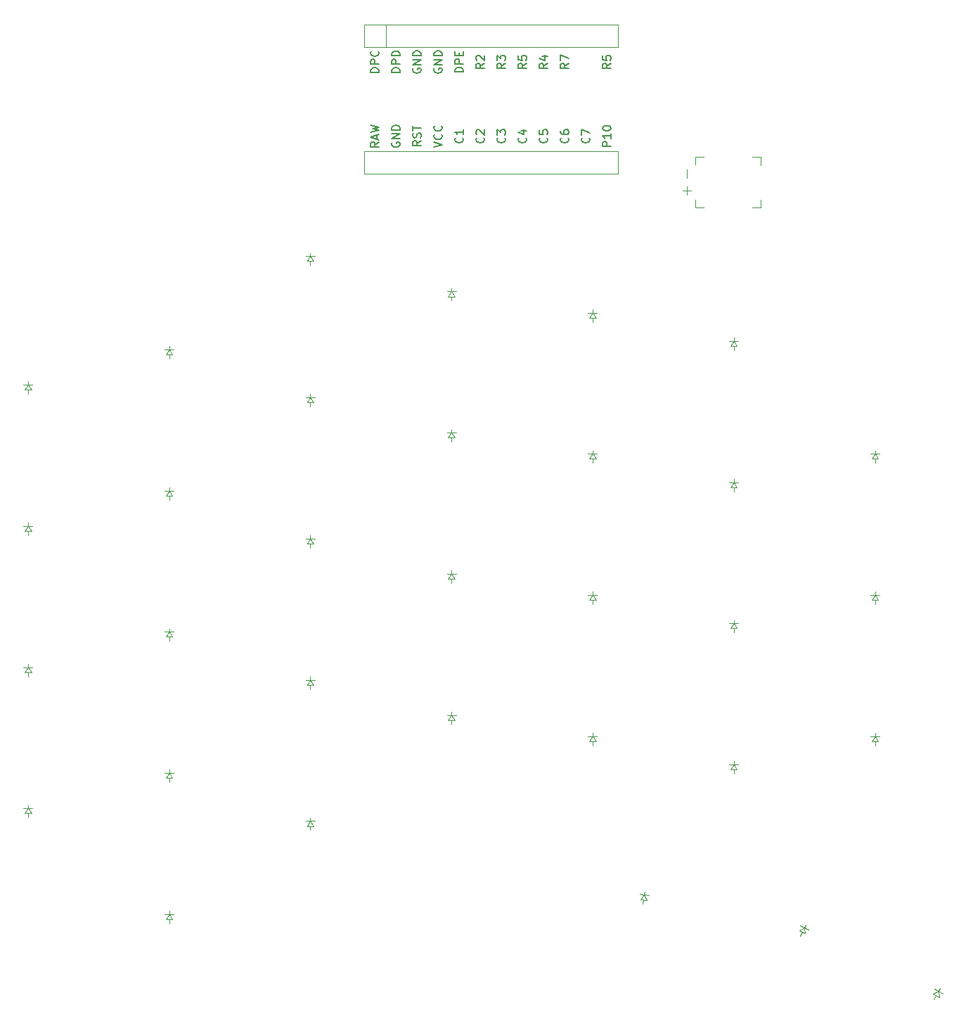
<source format=gto>
G04 #@! TF.GenerationSoftware,KiCad,Pcbnew,8.0.8+1*
G04 #@! TF.CreationDate,2025-08-10T15:44:02+00:00*
G04 #@! TF.ProjectId,left_pcb,6c656674-5f70-4636-922e-6b696361645f,v0.2*
G04 #@! TF.SameCoordinates,Original*
G04 #@! TF.FileFunction,Legend,Top*
G04 #@! TF.FilePolarity,Positive*
%FSLAX46Y46*%
G04 Gerber Fmt 4.6, Leading zero omitted, Abs format (unit mm)*
G04 Created by KiCad (PCBNEW 8.0.8+1) date 2025-08-10 15:44:02*
%MOMM*%
%LPD*%
G01*
G04 APERTURE LIST*
%ADD10C,0.150000*%
%ADD11C,0.100000*%
%ADD12C,0.120000*%
%ADD13C,1.800000*%
%ADD14C,2.300000*%
%ADD15O,1.850000X1.300000*%
%ADD16C,2.000000*%
%ADD17C,3.100000*%
%ADD18C,3.500000*%
%ADD19C,1.000000*%
G04 APERTURE END LIST*
D10*
X82109580Y-50406666D02*
X82157200Y-50454285D01*
X82157200Y-50454285D02*
X82204819Y-50597142D01*
X82204819Y-50597142D02*
X82204819Y-50692380D01*
X82204819Y-50692380D02*
X82157200Y-50835237D01*
X82157200Y-50835237D02*
X82061961Y-50930475D01*
X82061961Y-50930475D02*
X81966723Y-50978094D01*
X81966723Y-50978094D02*
X81776247Y-51025713D01*
X81776247Y-51025713D02*
X81633390Y-51025713D01*
X81633390Y-51025713D02*
X81442914Y-50978094D01*
X81442914Y-50978094D02*
X81347676Y-50930475D01*
X81347676Y-50930475D02*
X81252438Y-50835237D01*
X81252438Y-50835237D02*
X81204819Y-50692380D01*
X81204819Y-50692380D02*
X81204819Y-50597142D01*
X81204819Y-50597142D02*
X81252438Y-50454285D01*
X81252438Y-50454285D02*
X81300057Y-50406666D01*
X81300057Y-50025713D02*
X81252438Y-49978094D01*
X81252438Y-49978094D02*
X81204819Y-49882856D01*
X81204819Y-49882856D02*
X81204819Y-49644761D01*
X81204819Y-49644761D02*
X81252438Y-49549523D01*
X81252438Y-49549523D02*
X81300057Y-49501904D01*
X81300057Y-49501904D02*
X81395295Y-49454285D01*
X81395295Y-49454285D02*
X81490533Y-49454285D01*
X81490533Y-49454285D02*
X81633390Y-49501904D01*
X81633390Y-49501904D02*
X82204819Y-50073332D01*
X82204819Y-50073332D02*
X82204819Y-49454285D01*
X71092438Y-51001904D02*
X71044819Y-51097142D01*
X71044819Y-51097142D02*
X71044819Y-51239999D01*
X71044819Y-51239999D02*
X71092438Y-51382856D01*
X71092438Y-51382856D02*
X71187676Y-51478094D01*
X71187676Y-51478094D02*
X71282914Y-51525713D01*
X71282914Y-51525713D02*
X71473390Y-51573332D01*
X71473390Y-51573332D02*
X71616247Y-51573332D01*
X71616247Y-51573332D02*
X71806723Y-51525713D01*
X71806723Y-51525713D02*
X71901961Y-51478094D01*
X71901961Y-51478094D02*
X71997200Y-51382856D01*
X71997200Y-51382856D02*
X72044819Y-51239999D01*
X72044819Y-51239999D02*
X72044819Y-51144761D01*
X72044819Y-51144761D02*
X71997200Y-51001904D01*
X71997200Y-51001904D02*
X71949580Y-50954285D01*
X71949580Y-50954285D02*
X71616247Y-50954285D01*
X71616247Y-50954285D02*
X71616247Y-51144761D01*
X72044819Y-50525713D02*
X71044819Y-50525713D01*
X71044819Y-50525713D02*
X72044819Y-49954285D01*
X72044819Y-49954285D02*
X71044819Y-49954285D01*
X72044819Y-49478094D02*
X71044819Y-49478094D01*
X71044819Y-49478094D02*
X71044819Y-49239999D01*
X71044819Y-49239999D02*
X71092438Y-49097142D01*
X71092438Y-49097142D02*
X71187676Y-49001904D01*
X71187676Y-49001904D02*
X71282914Y-48954285D01*
X71282914Y-48954285D02*
X71473390Y-48906666D01*
X71473390Y-48906666D02*
X71616247Y-48906666D01*
X71616247Y-48906666D02*
X71806723Y-48954285D01*
X71806723Y-48954285D02*
X71901961Y-49001904D01*
X71901961Y-49001904D02*
X71997200Y-49097142D01*
X71997200Y-49097142D02*
X72044819Y-49239999D01*
X72044819Y-49239999D02*
X72044819Y-49478094D01*
X87284819Y-41466666D02*
X86808628Y-41799999D01*
X87284819Y-42038094D02*
X86284819Y-42038094D01*
X86284819Y-42038094D02*
X86284819Y-41657142D01*
X86284819Y-41657142D02*
X86332438Y-41561904D01*
X86332438Y-41561904D02*
X86380057Y-41514285D01*
X86380057Y-41514285D02*
X86475295Y-41466666D01*
X86475295Y-41466666D02*
X86618152Y-41466666D01*
X86618152Y-41466666D02*
X86713390Y-41514285D01*
X86713390Y-41514285D02*
X86761009Y-41561904D01*
X86761009Y-41561904D02*
X86808628Y-41657142D01*
X86808628Y-41657142D02*
X86808628Y-42038094D01*
X86284819Y-40561904D02*
X86284819Y-41038094D01*
X86284819Y-41038094D02*
X86761009Y-41085713D01*
X86761009Y-41085713D02*
X86713390Y-41038094D01*
X86713390Y-41038094D02*
X86665771Y-40942856D01*
X86665771Y-40942856D02*
X86665771Y-40704761D01*
X86665771Y-40704761D02*
X86713390Y-40609523D01*
X86713390Y-40609523D02*
X86761009Y-40561904D01*
X86761009Y-40561904D02*
X86856247Y-40514285D01*
X86856247Y-40514285D02*
X87094342Y-40514285D01*
X87094342Y-40514285D02*
X87189580Y-40561904D01*
X87189580Y-40561904D02*
X87237200Y-40609523D01*
X87237200Y-40609523D02*
X87284819Y-40704761D01*
X87284819Y-40704761D02*
X87284819Y-40942856D01*
X87284819Y-40942856D02*
X87237200Y-41038094D01*
X87237200Y-41038094D02*
X87189580Y-41085713D01*
X89824819Y-41466666D02*
X89348628Y-41799999D01*
X89824819Y-42038094D02*
X88824819Y-42038094D01*
X88824819Y-42038094D02*
X88824819Y-41657142D01*
X88824819Y-41657142D02*
X88872438Y-41561904D01*
X88872438Y-41561904D02*
X88920057Y-41514285D01*
X88920057Y-41514285D02*
X89015295Y-41466666D01*
X89015295Y-41466666D02*
X89158152Y-41466666D01*
X89158152Y-41466666D02*
X89253390Y-41514285D01*
X89253390Y-41514285D02*
X89301009Y-41561904D01*
X89301009Y-41561904D02*
X89348628Y-41657142D01*
X89348628Y-41657142D02*
X89348628Y-42038094D01*
X89158152Y-40609523D02*
X89824819Y-40609523D01*
X88777200Y-40847618D02*
X89491485Y-41085713D01*
X89491485Y-41085713D02*
X89491485Y-40466666D01*
X79569580Y-50406666D02*
X79617200Y-50454285D01*
X79617200Y-50454285D02*
X79664819Y-50597142D01*
X79664819Y-50597142D02*
X79664819Y-50692380D01*
X79664819Y-50692380D02*
X79617200Y-50835237D01*
X79617200Y-50835237D02*
X79521961Y-50930475D01*
X79521961Y-50930475D02*
X79426723Y-50978094D01*
X79426723Y-50978094D02*
X79236247Y-51025713D01*
X79236247Y-51025713D02*
X79093390Y-51025713D01*
X79093390Y-51025713D02*
X78902914Y-50978094D01*
X78902914Y-50978094D02*
X78807676Y-50930475D01*
X78807676Y-50930475D02*
X78712438Y-50835237D01*
X78712438Y-50835237D02*
X78664819Y-50692380D01*
X78664819Y-50692380D02*
X78664819Y-50597142D01*
X78664819Y-50597142D02*
X78712438Y-50454285D01*
X78712438Y-50454285D02*
X78760057Y-50406666D01*
X79664819Y-49454285D02*
X79664819Y-50025713D01*
X79664819Y-49739999D02*
X78664819Y-49739999D01*
X78664819Y-49739999D02*
X78807676Y-49835237D01*
X78807676Y-49835237D02*
X78902914Y-49930475D01*
X78902914Y-49930475D02*
X78950533Y-50025713D01*
X92364819Y-41466666D02*
X91888628Y-41799999D01*
X92364819Y-42038094D02*
X91364819Y-42038094D01*
X91364819Y-42038094D02*
X91364819Y-41657142D01*
X91364819Y-41657142D02*
X91412438Y-41561904D01*
X91412438Y-41561904D02*
X91460057Y-41514285D01*
X91460057Y-41514285D02*
X91555295Y-41466666D01*
X91555295Y-41466666D02*
X91698152Y-41466666D01*
X91698152Y-41466666D02*
X91793390Y-41514285D01*
X91793390Y-41514285D02*
X91841009Y-41561904D01*
X91841009Y-41561904D02*
X91888628Y-41657142D01*
X91888628Y-41657142D02*
X91888628Y-42038094D01*
X91364819Y-41133332D02*
X91364819Y-40466666D01*
X91364819Y-40466666D02*
X92364819Y-40895237D01*
X69504819Y-42561904D02*
X68504819Y-42561904D01*
X68504819Y-42561904D02*
X68504819Y-42323809D01*
X68504819Y-42323809D02*
X68552438Y-42180952D01*
X68552438Y-42180952D02*
X68647676Y-42085714D01*
X68647676Y-42085714D02*
X68742914Y-42038095D01*
X68742914Y-42038095D02*
X68933390Y-41990476D01*
X68933390Y-41990476D02*
X69076247Y-41990476D01*
X69076247Y-41990476D02*
X69266723Y-42038095D01*
X69266723Y-42038095D02*
X69361961Y-42085714D01*
X69361961Y-42085714D02*
X69457200Y-42180952D01*
X69457200Y-42180952D02*
X69504819Y-42323809D01*
X69504819Y-42323809D02*
X69504819Y-42561904D01*
X69504819Y-41561904D02*
X68504819Y-41561904D01*
X68504819Y-41561904D02*
X68504819Y-41180952D01*
X68504819Y-41180952D02*
X68552438Y-41085714D01*
X68552438Y-41085714D02*
X68600057Y-41038095D01*
X68600057Y-41038095D02*
X68695295Y-40990476D01*
X68695295Y-40990476D02*
X68838152Y-40990476D01*
X68838152Y-40990476D02*
X68933390Y-41038095D01*
X68933390Y-41038095D02*
X68981009Y-41085714D01*
X68981009Y-41085714D02*
X69028628Y-41180952D01*
X69028628Y-41180952D02*
X69028628Y-41561904D01*
X69409580Y-39990476D02*
X69457200Y-40038095D01*
X69457200Y-40038095D02*
X69504819Y-40180952D01*
X69504819Y-40180952D02*
X69504819Y-40276190D01*
X69504819Y-40276190D02*
X69457200Y-40419047D01*
X69457200Y-40419047D02*
X69361961Y-40514285D01*
X69361961Y-40514285D02*
X69266723Y-40561904D01*
X69266723Y-40561904D02*
X69076247Y-40609523D01*
X69076247Y-40609523D02*
X68933390Y-40609523D01*
X68933390Y-40609523D02*
X68742914Y-40561904D01*
X68742914Y-40561904D02*
X68647676Y-40514285D01*
X68647676Y-40514285D02*
X68552438Y-40419047D01*
X68552438Y-40419047D02*
X68504819Y-40276190D01*
X68504819Y-40276190D02*
X68504819Y-40180952D01*
X68504819Y-40180952D02*
X68552438Y-40038095D01*
X68552438Y-40038095D02*
X68600057Y-39990476D01*
X69504819Y-50930476D02*
X69028628Y-51263809D01*
X69504819Y-51501904D02*
X68504819Y-51501904D01*
X68504819Y-51501904D02*
X68504819Y-51120952D01*
X68504819Y-51120952D02*
X68552438Y-51025714D01*
X68552438Y-51025714D02*
X68600057Y-50978095D01*
X68600057Y-50978095D02*
X68695295Y-50930476D01*
X68695295Y-50930476D02*
X68838152Y-50930476D01*
X68838152Y-50930476D02*
X68933390Y-50978095D01*
X68933390Y-50978095D02*
X68981009Y-51025714D01*
X68981009Y-51025714D02*
X69028628Y-51120952D01*
X69028628Y-51120952D02*
X69028628Y-51501904D01*
X69219104Y-50549523D02*
X69219104Y-50073333D01*
X69504819Y-50644761D02*
X68504819Y-50311428D01*
X68504819Y-50311428D02*
X69504819Y-49978095D01*
X68504819Y-49739999D02*
X69504819Y-49501904D01*
X69504819Y-49501904D02*
X68790533Y-49311428D01*
X68790533Y-49311428D02*
X69504819Y-49120952D01*
X69504819Y-49120952D02*
X68504819Y-48882857D01*
X76172438Y-42061904D02*
X76124819Y-42157142D01*
X76124819Y-42157142D02*
X76124819Y-42299999D01*
X76124819Y-42299999D02*
X76172438Y-42442856D01*
X76172438Y-42442856D02*
X76267676Y-42538094D01*
X76267676Y-42538094D02*
X76362914Y-42585713D01*
X76362914Y-42585713D02*
X76553390Y-42633332D01*
X76553390Y-42633332D02*
X76696247Y-42633332D01*
X76696247Y-42633332D02*
X76886723Y-42585713D01*
X76886723Y-42585713D02*
X76981961Y-42538094D01*
X76981961Y-42538094D02*
X77077200Y-42442856D01*
X77077200Y-42442856D02*
X77124819Y-42299999D01*
X77124819Y-42299999D02*
X77124819Y-42204761D01*
X77124819Y-42204761D02*
X77077200Y-42061904D01*
X77077200Y-42061904D02*
X77029580Y-42014285D01*
X77029580Y-42014285D02*
X76696247Y-42014285D01*
X76696247Y-42014285D02*
X76696247Y-42204761D01*
X77124819Y-41585713D02*
X76124819Y-41585713D01*
X76124819Y-41585713D02*
X77124819Y-41014285D01*
X77124819Y-41014285D02*
X76124819Y-41014285D01*
X77124819Y-40538094D02*
X76124819Y-40538094D01*
X76124819Y-40538094D02*
X76124819Y-40299999D01*
X76124819Y-40299999D02*
X76172438Y-40157142D01*
X76172438Y-40157142D02*
X76267676Y-40061904D01*
X76267676Y-40061904D02*
X76362914Y-40014285D01*
X76362914Y-40014285D02*
X76553390Y-39966666D01*
X76553390Y-39966666D02*
X76696247Y-39966666D01*
X76696247Y-39966666D02*
X76886723Y-40014285D01*
X76886723Y-40014285D02*
X76981961Y-40061904D01*
X76981961Y-40061904D02*
X77077200Y-40157142D01*
X77077200Y-40157142D02*
X77124819Y-40299999D01*
X77124819Y-40299999D02*
X77124819Y-40538094D01*
X74584819Y-50787619D02*
X74108628Y-51120952D01*
X74584819Y-51359047D02*
X73584819Y-51359047D01*
X73584819Y-51359047D02*
X73584819Y-50978095D01*
X73584819Y-50978095D02*
X73632438Y-50882857D01*
X73632438Y-50882857D02*
X73680057Y-50835238D01*
X73680057Y-50835238D02*
X73775295Y-50787619D01*
X73775295Y-50787619D02*
X73918152Y-50787619D01*
X73918152Y-50787619D02*
X74013390Y-50835238D01*
X74013390Y-50835238D02*
X74061009Y-50882857D01*
X74061009Y-50882857D02*
X74108628Y-50978095D01*
X74108628Y-50978095D02*
X74108628Y-51359047D01*
X74537200Y-50406666D02*
X74584819Y-50263809D01*
X74584819Y-50263809D02*
X74584819Y-50025714D01*
X74584819Y-50025714D02*
X74537200Y-49930476D01*
X74537200Y-49930476D02*
X74489580Y-49882857D01*
X74489580Y-49882857D02*
X74394342Y-49835238D01*
X74394342Y-49835238D02*
X74299104Y-49835238D01*
X74299104Y-49835238D02*
X74203866Y-49882857D01*
X74203866Y-49882857D02*
X74156247Y-49930476D01*
X74156247Y-49930476D02*
X74108628Y-50025714D01*
X74108628Y-50025714D02*
X74061009Y-50216190D01*
X74061009Y-50216190D02*
X74013390Y-50311428D01*
X74013390Y-50311428D02*
X73965771Y-50359047D01*
X73965771Y-50359047D02*
X73870533Y-50406666D01*
X73870533Y-50406666D02*
X73775295Y-50406666D01*
X73775295Y-50406666D02*
X73680057Y-50359047D01*
X73680057Y-50359047D02*
X73632438Y-50311428D01*
X73632438Y-50311428D02*
X73584819Y-50216190D01*
X73584819Y-50216190D02*
X73584819Y-49978095D01*
X73584819Y-49978095D02*
X73632438Y-49835238D01*
X73584819Y-49549523D02*
X73584819Y-48978095D01*
X74584819Y-49263809D02*
X73584819Y-49263809D01*
X79664819Y-42514285D02*
X78664819Y-42514285D01*
X78664819Y-42514285D02*
X78664819Y-42276190D01*
X78664819Y-42276190D02*
X78712438Y-42133333D01*
X78712438Y-42133333D02*
X78807676Y-42038095D01*
X78807676Y-42038095D02*
X78902914Y-41990476D01*
X78902914Y-41990476D02*
X79093390Y-41942857D01*
X79093390Y-41942857D02*
X79236247Y-41942857D01*
X79236247Y-41942857D02*
X79426723Y-41990476D01*
X79426723Y-41990476D02*
X79521961Y-42038095D01*
X79521961Y-42038095D02*
X79617200Y-42133333D01*
X79617200Y-42133333D02*
X79664819Y-42276190D01*
X79664819Y-42276190D02*
X79664819Y-42514285D01*
X79664819Y-41514285D02*
X78664819Y-41514285D01*
X78664819Y-41514285D02*
X78664819Y-41133333D01*
X78664819Y-41133333D02*
X78712438Y-41038095D01*
X78712438Y-41038095D02*
X78760057Y-40990476D01*
X78760057Y-40990476D02*
X78855295Y-40942857D01*
X78855295Y-40942857D02*
X78998152Y-40942857D01*
X78998152Y-40942857D02*
X79093390Y-40990476D01*
X79093390Y-40990476D02*
X79141009Y-41038095D01*
X79141009Y-41038095D02*
X79188628Y-41133333D01*
X79188628Y-41133333D02*
X79188628Y-41514285D01*
X79141009Y-40514285D02*
X79141009Y-40180952D01*
X79664819Y-40038095D02*
X79664819Y-40514285D01*
X79664819Y-40514285D02*
X78664819Y-40514285D01*
X78664819Y-40514285D02*
X78664819Y-40038095D01*
X87189580Y-50406666D02*
X87237200Y-50454285D01*
X87237200Y-50454285D02*
X87284819Y-50597142D01*
X87284819Y-50597142D02*
X87284819Y-50692380D01*
X87284819Y-50692380D02*
X87237200Y-50835237D01*
X87237200Y-50835237D02*
X87141961Y-50930475D01*
X87141961Y-50930475D02*
X87046723Y-50978094D01*
X87046723Y-50978094D02*
X86856247Y-51025713D01*
X86856247Y-51025713D02*
X86713390Y-51025713D01*
X86713390Y-51025713D02*
X86522914Y-50978094D01*
X86522914Y-50978094D02*
X86427676Y-50930475D01*
X86427676Y-50930475D02*
X86332438Y-50835237D01*
X86332438Y-50835237D02*
X86284819Y-50692380D01*
X86284819Y-50692380D02*
X86284819Y-50597142D01*
X86284819Y-50597142D02*
X86332438Y-50454285D01*
X86332438Y-50454285D02*
X86380057Y-50406666D01*
X86618152Y-49549523D02*
X87284819Y-49549523D01*
X86237200Y-49787618D02*
X86951485Y-50025713D01*
X86951485Y-50025713D02*
X86951485Y-49406666D01*
X72044819Y-42561904D02*
X71044819Y-42561904D01*
X71044819Y-42561904D02*
X71044819Y-42323809D01*
X71044819Y-42323809D02*
X71092438Y-42180952D01*
X71092438Y-42180952D02*
X71187676Y-42085714D01*
X71187676Y-42085714D02*
X71282914Y-42038095D01*
X71282914Y-42038095D02*
X71473390Y-41990476D01*
X71473390Y-41990476D02*
X71616247Y-41990476D01*
X71616247Y-41990476D02*
X71806723Y-42038095D01*
X71806723Y-42038095D02*
X71901961Y-42085714D01*
X71901961Y-42085714D02*
X71997200Y-42180952D01*
X71997200Y-42180952D02*
X72044819Y-42323809D01*
X72044819Y-42323809D02*
X72044819Y-42561904D01*
X72044819Y-41561904D02*
X71044819Y-41561904D01*
X71044819Y-41561904D02*
X71044819Y-41180952D01*
X71044819Y-41180952D02*
X71092438Y-41085714D01*
X71092438Y-41085714D02*
X71140057Y-41038095D01*
X71140057Y-41038095D02*
X71235295Y-40990476D01*
X71235295Y-40990476D02*
X71378152Y-40990476D01*
X71378152Y-40990476D02*
X71473390Y-41038095D01*
X71473390Y-41038095D02*
X71521009Y-41085714D01*
X71521009Y-41085714D02*
X71568628Y-41180952D01*
X71568628Y-41180952D02*
X71568628Y-41561904D01*
X72044819Y-40561904D02*
X71044819Y-40561904D01*
X71044819Y-40561904D02*
X71044819Y-40323809D01*
X71044819Y-40323809D02*
X71092438Y-40180952D01*
X71092438Y-40180952D02*
X71187676Y-40085714D01*
X71187676Y-40085714D02*
X71282914Y-40038095D01*
X71282914Y-40038095D02*
X71473390Y-39990476D01*
X71473390Y-39990476D02*
X71616247Y-39990476D01*
X71616247Y-39990476D02*
X71806723Y-40038095D01*
X71806723Y-40038095D02*
X71901961Y-40085714D01*
X71901961Y-40085714D02*
X71997200Y-40180952D01*
X71997200Y-40180952D02*
X72044819Y-40323809D01*
X72044819Y-40323809D02*
X72044819Y-40561904D01*
X76124819Y-51573332D02*
X77124819Y-51239999D01*
X77124819Y-51239999D02*
X76124819Y-50906666D01*
X77029580Y-50001904D02*
X77077200Y-50049523D01*
X77077200Y-50049523D02*
X77124819Y-50192380D01*
X77124819Y-50192380D02*
X77124819Y-50287618D01*
X77124819Y-50287618D02*
X77077200Y-50430475D01*
X77077200Y-50430475D02*
X76981961Y-50525713D01*
X76981961Y-50525713D02*
X76886723Y-50573332D01*
X76886723Y-50573332D02*
X76696247Y-50620951D01*
X76696247Y-50620951D02*
X76553390Y-50620951D01*
X76553390Y-50620951D02*
X76362914Y-50573332D01*
X76362914Y-50573332D02*
X76267676Y-50525713D01*
X76267676Y-50525713D02*
X76172438Y-50430475D01*
X76172438Y-50430475D02*
X76124819Y-50287618D01*
X76124819Y-50287618D02*
X76124819Y-50192380D01*
X76124819Y-50192380D02*
X76172438Y-50049523D01*
X76172438Y-50049523D02*
X76220057Y-50001904D01*
X77029580Y-49001904D02*
X77077200Y-49049523D01*
X77077200Y-49049523D02*
X77124819Y-49192380D01*
X77124819Y-49192380D02*
X77124819Y-49287618D01*
X77124819Y-49287618D02*
X77077200Y-49430475D01*
X77077200Y-49430475D02*
X76981961Y-49525713D01*
X76981961Y-49525713D02*
X76886723Y-49573332D01*
X76886723Y-49573332D02*
X76696247Y-49620951D01*
X76696247Y-49620951D02*
X76553390Y-49620951D01*
X76553390Y-49620951D02*
X76362914Y-49573332D01*
X76362914Y-49573332D02*
X76267676Y-49525713D01*
X76267676Y-49525713D02*
X76172438Y-49430475D01*
X76172438Y-49430475D02*
X76124819Y-49287618D01*
X76124819Y-49287618D02*
X76124819Y-49192380D01*
X76124819Y-49192380D02*
X76172438Y-49049523D01*
X76172438Y-49049523D02*
X76220057Y-49001904D01*
X89729580Y-50406666D02*
X89777200Y-50454285D01*
X89777200Y-50454285D02*
X89824819Y-50597142D01*
X89824819Y-50597142D02*
X89824819Y-50692380D01*
X89824819Y-50692380D02*
X89777200Y-50835237D01*
X89777200Y-50835237D02*
X89681961Y-50930475D01*
X89681961Y-50930475D02*
X89586723Y-50978094D01*
X89586723Y-50978094D02*
X89396247Y-51025713D01*
X89396247Y-51025713D02*
X89253390Y-51025713D01*
X89253390Y-51025713D02*
X89062914Y-50978094D01*
X89062914Y-50978094D02*
X88967676Y-50930475D01*
X88967676Y-50930475D02*
X88872438Y-50835237D01*
X88872438Y-50835237D02*
X88824819Y-50692380D01*
X88824819Y-50692380D02*
X88824819Y-50597142D01*
X88824819Y-50597142D02*
X88872438Y-50454285D01*
X88872438Y-50454285D02*
X88920057Y-50406666D01*
X88824819Y-49501904D02*
X88824819Y-49978094D01*
X88824819Y-49978094D02*
X89301009Y-50025713D01*
X89301009Y-50025713D02*
X89253390Y-49978094D01*
X89253390Y-49978094D02*
X89205771Y-49882856D01*
X89205771Y-49882856D02*
X89205771Y-49644761D01*
X89205771Y-49644761D02*
X89253390Y-49549523D01*
X89253390Y-49549523D02*
X89301009Y-49501904D01*
X89301009Y-49501904D02*
X89396247Y-49454285D01*
X89396247Y-49454285D02*
X89634342Y-49454285D01*
X89634342Y-49454285D02*
X89729580Y-49501904D01*
X89729580Y-49501904D02*
X89777200Y-49549523D01*
X89777200Y-49549523D02*
X89824819Y-49644761D01*
X89824819Y-49644761D02*
X89824819Y-49882856D01*
X89824819Y-49882856D02*
X89777200Y-49978094D01*
X89777200Y-49978094D02*
X89729580Y-50025713D01*
X92269580Y-50406666D02*
X92317200Y-50454285D01*
X92317200Y-50454285D02*
X92364819Y-50597142D01*
X92364819Y-50597142D02*
X92364819Y-50692380D01*
X92364819Y-50692380D02*
X92317200Y-50835237D01*
X92317200Y-50835237D02*
X92221961Y-50930475D01*
X92221961Y-50930475D02*
X92126723Y-50978094D01*
X92126723Y-50978094D02*
X91936247Y-51025713D01*
X91936247Y-51025713D02*
X91793390Y-51025713D01*
X91793390Y-51025713D02*
X91602914Y-50978094D01*
X91602914Y-50978094D02*
X91507676Y-50930475D01*
X91507676Y-50930475D02*
X91412438Y-50835237D01*
X91412438Y-50835237D02*
X91364819Y-50692380D01*
X91364819Y-50692380D02*
X91364819Y-50597142D01*
X91364819Y-50597142D02*
X91412438Y-50454285D01*
X91412438Y-50454285D02*
X91460057Y-50406666D01*
X91364819Y-49549523D02*
X91364819Y-49739999D01*
X91364819Y-49739999D02*
X91412438Y-49835237D01*
X91412438Y-49835237D02*
X91460057Y-49882856D01*
X91460057Y-49882856D02*
X91602914Y-49978094D01*
X91602914Y-49978094D02*
X91793390Y-50025713D01*
X91793390Y-50025713D02*
X92174342Y-50025713D01*
X92174342Y-50025713D02*
X92269580Y-49978094D01*
X92269580Y-49978094D02*
X92317200Y-49930475D01*
X92317200Y-49930475D02*
X92364819Y-49835237D01*
X92364819Y-49835237D02*
X92364819Y-49644761D01*
X92364819Y-49644761D02*
X92317200Y-49549523D01*
X92317200Y-49549523D02*
X92269580Y-49501904D01*
X92269580Y-49501904D02*
X92174342Y-49454285D01*
X92174342Y-49454285D02*
X91936247Y-49454285D01*
X91936247Y-49454285D02*
X91841009Y-49501904D01*
X91841009Y-49501904D02*
X91793390Y-49549523D01*
X91793390Y-49549523D02*
X91745771Y-49644761D01*
X91745771Y-49644761D02*
X91745771Y-49835237D01*
X91745771Y-49835237D02*
X91793390Y-49930475D01*
X91793390Y-49930475D02*
X91841009Y-49978094D01*
X91841009Y-49978094D02*
X91936247Y-50025713D01*
X82204819Y-41466666D02*
X81728628Y-41799999D01*
X82204819Y-42038094D02*
X81204819Y-42038094D01*
X81204819Y-42038094D02*
X81204819Y-41657142D01*
X81204819Y-41657142D02*
X81252438Y-41561904D01*
X81252438Y-41561904D02*
X81300057Y-41514285D01*
X81300057Y-41514285D02*
X81395295Y-41466666D01*
X81395295Y-41466666D02*
X81538152Y-41466666D01*
X81538152Y-41466666D02*
X81633390Y-41514285D01*
X81633390Y-41514285D02*
X81681009Y-41561904D01*
X81681009Y-41561904D02*
X81728628Y-41657142D01*
X81728628Y-41657142D02*
X81728628Y-42038094D01*
X81300057Y-41085713D02*
X81252438Y-41038094D01*
X81252438Y-41038094D02*
X81204819Y-40942856D01*
X81204819Y-40942856D02*
X81204819Y-40704761D01*
X81204819Y-40704761D02*
X81252438Y-40609523D01*
X81252438Y-40609523D02*
X81300057Y-40561904D01*
X81300057Y-40561904D02*
X81395295Y-40514285D01*
X81395295Y-40514285D02*
X81490533Y-40514285D01*
X81490533Y-40514285D02*
X81633390Y-40561904D01*
X81633390Y-40561904D02*
X82204819Y-41133332D01*
X82204819Y-41133332D02*
X82204819Y-40514285D01*
X73632438Y-42061904D02*
X73584819Y-42157142D01*
X73584819Y-42157142D02*
X73584819Y-42299999D01*
X73584819Y-42299999D02*
X73632438Y-42442856D01*
X73632438Y-42442856D02*
X73727676Y-42538094D01*
X73727676Y-42538094D02*
X73822914Y-42585713D01*
X73822914Y-42585713D02*
X74013390Y-42633332D01*
X74013390Y-42633332D02*
X74156247Y-42633332D01*
X74156247Y-42633332D02*
X74346723Y-42585713D01*
X74346723Y-42585713D02*
X74441961Y-42538094D01*
X74441961Y-42538094D02*
X74537200Y-42442856D01*
X74537200Y-42442856D02*
X74584819Y-42299999D01*
X74584819Y-42299999D02*
X74584819Y-42204761D01*
X74584819Y-42204761D02*
X74537200Y-42061904D01*
X74537200Y-42061904D02*
X74489580Y-42014285D01*
X74489580Y-42014285D02*
X74156247Y-42014285D01*
X74156247Y-42014285D02*
X74156247Y-42204761D01*
X74584819Y-41585713D02*
X73584819Y-41585713D01*
X73584819Y-41585713D02*
X74584819Y-41014285D01*
X74584819Y-41014285D02*
X73584819Y-41014285D01*
X74584819Y-40538094D02*
X73584819Y-40538094D01*
X73584819Y-40538094D02*
X73584819Y-40299999D01*
X73584819Y-40299999D02*
X73632438Y-40157142D01*
X73632438Y-40157142D02*
X73727676Y-40061904D01*
X73727676Y-40061904D02*
X73822914Y-40014285D01*
X73822914Y-40014285D02*
X74013390Y-39966666D01*
X74013390Y-39966666D02*
X74156247Y-39966666D01*
X74156247Y-39966666D02*
X74346723Y-40014285D01*
X74346723Y-40014285D02*
X74441961Y-40061904D01*
X74441961Y-40061904D02*
X74537200Y-40157142D01*
X74537200Y-40157142D02*
X74584819Y-40299999D01*
X74584819Y-40299999D02*
X74584819Y-40538094D01*
X84649580Y-50406666D02*
X84697200Y-50454285D01*
X84697200Y-50454285D02*
X84744819Y-50597142D01*
X84744819Y-50597142D02*
X84744819Y-50692380D01*
X84744819Y-50692380D02*
X84697200Y-50835237D01*
X84697200Y-50835237D02*
X84601961Y-50930475D01*
X84601961Y-50930475D02*
X84506723Y-50978094D01*
X84506723Y-50978094D02*
X84316247Y-51025713D01*
X84316247Y-51025713D02*
X84173390Y-51025713D01*
X84173390Y-51025713D02*
X83982914Y-50978094D01*
X83982914Y-50978094D02*
X83887676Y-50930475D01*
X83887676Y-50930475D02*
X83792438Y-50835237D01*
X83792438Y-50835237D02*
X83744819Y-50692380D01*
X83744819Y-50692380D02*
X83744819Y-50597142D01*
X83744819Y-50597142D02*
X83792438Y-50454285D01*
X83792438Y-50454285D02*
X83840057Y-50406666D01*
X83744819Y-50073332D02*
X83744819Y-49454285D01*
X83744819Y-49454285D02*
X84125771Y-49787618D01*
X84125771Y-49787618D02*
X84125771Y-49644761D01*
X84125771Y-49644761D02*
X84173390Y-49549523D01*
X84173390Y-49549523D02*
X84221009Y-49501904D01*
X84221009Y-49501904D02*
X84316247Y-49454285D01*
X84316247Y-49454285D02*
X84554342Y-49454285D01*
X84554342Y-49454285D02*
X84649580Y-49501904D01*
X84649580Y-49501904D02*
X84697200Y-49549523D01*
X84697200Y-49549523D02*
X84744819Y-49644761D01*
X84744819Y-49644761D02*
X84744819Y-49930475D01*
X84744819Y-49930475D02*
X84697200Y-50025713D01*
X84697200Y-50025713D02*
X84649580Y-50073332D01*
X97444819Y-41466666D02*
X96968628Y-41799999D01*
X97444819Y-42038094D02*
X96444819Y-42038094D01*
X96444819Y-42038094D02*
X96444819Y-41657142D01*
X96444819Y-41657142D02*
X96492438Y-41561904D01*
X96492438Y-41561904D02*
X96540057Y-41514285D01*
X96540057Y-41514285D02*
X96635295Y-41466666D01*
X96635295Y-41466666D02*
X96778152Y-41466666D01*
X96778152Y-41466666D02*
X96873390Y-41514285D01*
X96873390Y-41514285D02*
X96921009Y-41561904D01*
X96921009Y-41561904D02*
X96968628Y-41657142D01*
X96968628Y-41657142D02*
X96968628Y-42038094D01*
X96444819Y-40561904D02*
X96444819Y-41038094D01*
X96444819Y-41038094D02*
X96921009Y-41085713D01*
X96921009Y-41085713D02*
X96873390Y-41038094D01*
X96873390Y-41038094D02*
X96825771Y-40942856D01*
X96825771Y-40942856D02*
X96825771Y-40704761D01*
X96825771Y-40704761D02*
X96873390Y-40609523D01*
X96873390Y-40609523D02*
X96921009Y-40561904D01*
X96921009Y-40561904D02*
X97016247Y-40514285D01*
X97016247Y-40514285D02*
X97254342Y-40514285D01*
X97254342Y-40514285D02*
X97349580Y-40561904D01*
X97349580Y-40561904D02*
X97397200Y-40609523D01*
X97397200Y-40609523D02*
X97444819Y-40704761D01*
X97444819Y-40704761D02*
X97444819Y-40942856D01*
X97444819Y-40942856D02*
X97397200Y-41038094D01*
X97397200Y-41038094D02*
X97349580Y-41085713D01*
X94809580Y-50406666D02*
X94857200Y-50454285D01*
X94857200Y-50454285D02*
X94904819Y-50597142D01*
X94904819Y-50597142D02*
X94904819Y-50692380D01*
X94904819Y-50692380D02*
X94857200Y-50835237D01*
X94857200Y-50835237D02*
X94761961Y-50930475D01*
X94761961Y-50930475D02*
X94666723Y-50978094D01*
X94666723Y-50978094D02*
X94476247Y-51025713D01*
X94476247Y-51025713D02*
X94333390Y-51025713D01*
X94333390Y-51025713D02*
X94142914Y-50978094D01*
X94142914Y-50978094D02*
X94047676Y-50930475D01*
X94047676Y-50930475D02*
X93952438Y-50835237D01*
X93952438Y-50835237D02*
X93904819Y-50692380D01*
X93904819Y-50692380D02*
X93904819Y-50597142D01*
X93904819Y-50597142D02*
X93952438Y-50454285D01*
X93952438Y-50454285D02*
X94000057Y-50406666D01*
X93904819Y-50073332D02*
X93904819Y-49406666D01*
X93904819Y-49406666D02*
X94904819Y-49835237D01*
X84744819Y-41466666D02*
X84268628Y-41799999D01*
X84744819Y-42038094D02*
X83744819Y-42038094D01*
X83744819Y-42038094D02*
X83744819Y-41657142D01*
X83744819Y-41657142D02*
X83792438Y-41561904D01*
X83792438Y-41561904D02*
X83840057Y-41514285D01*
X83840057Y-41514285D02*
X83935295Y-41466666D01*
X83935295Y-41466666D02*
X84078152Y-41466666D01*
X84078152Y-41466666D02*
X84173390Y-41514285D01*
X84173390Y-41514285D02*
X84221009Y-41561904D01*
X84221009Y-41561904D02*
X84268628Y-41657142D01*
X84268628Y-41657142D02*
X84268628Y-42038094D01*
X83744819Y-41133332D02*
X83744819Y-40514285D01*
X83744819Y-40514285D02*
X84125771Y-40847618D01*
X84125771Y-40847618D02*
X84125771Y-40704761D01*
X84125771Y-40704761D02*
X84173390Y-40609523D01*
X84173390Y-40609523D02*
X84221009Y-40561904D01*
X84221009Y-40561904D02*
X84316247Y-40514285D01*
X84316247Y-40514285D02*
X84554342Y-40514285D01*
X84554342Y-40514285D02*
X84649580Y-40561904D01*
X84649580Y-40561904D02*
X84697200Y-40609523D01*
X84697200Y-40609523D02*
X84744819Y-40704761D01*
X84744819Y-40704761D02*
X84744819Y-40990475D01*
X84744819Y-40990475D02*
X84697200Y-41085713D01*
X84697200Y-41085713D02*
X84649580Y-41133332D01*
X97444819Y-51454285D02*
X96444819Y-51454285D01*
X96444819Y-51454285D02*
X96444819Y-51073333D01*
X96444819Y-51073333D02*
X96492438Y-50978095D01*
X96492438Y-50978095D02*
X96540057Y-50930476D01*
X96540057Y-50930476D02*
X96635295Y-50882857D01*
X96635295Y-50882857D02*
X96778152Y-50882857D01*
X96778152Y-50882857D02*
X96873390Y-50930476D01*
X96873390Y-50930476D02*
X96921009Y-50978095D01*
X96921009Y-50978095D02*
X96968628Y-51073333D01*
X96968628Y-51073333D02*
X96968628Y-51454285D01*
X97444819Y-49930476D02*
X97444819Y-50501904D01*
X97444819Y-50216190D02*
X96444819Y-50216190D01*
X96444819Y-50216190D02*
X96587676Y-50311428D01*
X96587676Y-50311428D02*
X96682914Y-50406666D01*
X96682914Y-50406666D02*
X96730533Y-50501904D01*
X96444819Y-49311428D02*
X96444819Y-49216190D01*
X96444819Y-49216190D02*
X96492438Y-49120952D01*
X96492438Y-49120952D02*
X96540057Y-49073333D01*
X96540057Y-49073333D02*
X96635295Y-49025714D01*
X96635295Y-49025714D02*
X96825771Y-48978095D01*
X96825771Y-48978095D02*
X97063866Y-48978095D01*
X97063866Y-48978095D02*
X97254342Y-49025714D01*
X97254342Y-49025714D02*
X97349580Y-49073333D01*
X97349580Y-49073333D02*
X97397200Y-49120952D01*
X97397200Y-49120952D02*
X97444819Y-49216190D01*
X97444819Y-49216190D02*
X97444819Y-49311428D01*
X97444819Y-49311428D02*
X97397200Y-49406666D01*
X97397200Y-49406666D02*
X97349580Y-49454285D01*
X97349580Y-49454285D02*
X97254342Y-49501904D01*
X97254342Y-49501904D02*
X97063866Y-49549523D01*
X97063866Y-49549523D02*
X96825771Y-49549523D01*
X96825771Y-49549523D02*
X96635295Y-49501904D01*
X96635295Y-49501904D02*
X96540057Y-49454285D01*
X96540057Y-49454285D02*
X96492438Y-49406666D01*
X96492438Y-49406666D02*
X96444819Y-49311428D01*
D11*
X60850000Y-82280000D02*
X61250000Y-81680000D01*
X61250000Y-81280000D02*
X61250000Y-81680000D01*
X61250000Y-81680000D02*
X60700000Y-81680000D01*
X61250000Y-81680000D02*
X61650000Y-82280000D01*
X61250000Y-81680000D02*
X61800000Y-81680000D01*
X61250000Y-82280000D02*
X61250000Y-82780000D01*
X61650000Y-82280000D02*
X60850000Y-82280000D01*
D12*
X67720000Y-36820000D02*
X98320000Y-36820000D01*
X67720000Y-39480000D02*
X67720000Y-36820000D01*
X67720000Y-39480000D02*
X98320000Y-39480000D01*
X67720000Y-52060000D02*
X98320000Y-52060000D01*
X67720000Y-54720000D02*
X67720000Y-52060000D01*
X67720000Y-54720000D02*
X98320000Y-54720000D01*
X70320000Y-39480000D02*
X70320000Y-36820000D01*
X98320000Y-39480000D02*
X98320000Y-36820000D01*
X98320000Y-54720000D02*
X98320000Y-52060000D01*
D11*
X111850000Y-126480000D02*
X112250000Y-125880000D01*
X112250000Y-125480000D02*
X112250000Y-125880000D01*
X112250000Y-125880000D02*
X111700000Y-125880000D01*
X112250000Y-125880000D02*
X112650000Y-126480000D01*
X112250000Y-125880000D02*
X112800000Y-125880000D01*
X112250000Y-126480000D02*
X112250000Y-126980000D01*
X112650000Y-126480000D02*
X111850000Y-126480000D01*
X100970877Y-142083758D02*
X101468989Y-141562332D01*
X101364800Y-142153217D02*
X101277976Y-142645621D01*
X101468989Y-141562332D02*
X100927345Y-141466826D01*
X101468989Y-141562332D02*
X101758723Y-142222676D01*
X101468989Y-141562332D02*
X102010633Y-141657839D01*
X101538448Y-141168409D02*
X101468989Y-141562332D01*
X101758723Y-142222676D02*
X100970877Y-142083758D01*
X111850000Y-75480000D02*
X112250000Y-74880000D01*
X112250000Y-74480000D02*
X112250000Y-74880000D01*
X112250000Y-74880000D02*
X111700000Y-74880000D01*
X112250000Y-74880000D02*
X112650000Y-75480000D01*
X112250000Y-74880000D02*
X112800000Y-74880000D01*
X112250000Y-75480000D02*
X112250000Y-75980000D01*
X112650000Y-75480000D02*
X111850000Y-75480000D01*
X111850000Y-92480000D02*
X112250000Y-91880000D01*
X112250000Y-91480000D02*
X112250000Y-91880000D01*
X112250000Y-91880000D02*
X111700000Y-91880000D01*
X112250000Y-91880000D02*
X112650000Y-92480000D01*
X112250000Y-91880000D02*
X112800000Y-91880000D01*
X112250000Y-92480000D02*
X112250000Y-92980000D01*
X112650000Y-92480000D02*
X111850000Y-92480000D01*
X94850000Y-123080000D02*
X95250000Y-122480000D01*
X95250000Y-122080000D02*
X95250000Y-122480000D01*
X95250000Y-122480000D02*
X94700000Y-122480000D01*
X95250000Y-122480000D02*
X95650000Y-123080000D01*
X95250000Y-122480000D02*
X95800000Y-122480000D01*
X95250000Y-123080000D02*
X95250000Y-123580000D01*
X95650000Y-123080000D02*
X94850000Y-123080000D01*
X111850000Y-109480000D02*
X112250000Y-108880000D01*
X112250000Y-108480000D02*
X112250000Y-108880000D01*
X112250000Y-108880000D02*
X111700000Y-108880000D01*
X112250000Y-108880000D02*
X112650000Y-109480000D01*
X112250000Y-108880000D02*
X112800000Y-108880000D01*
X112250000Y-109480000D02*
X112250000Y-109980000D01*
X112650000Y-109480000D02*
X111850000Y-109480000D01*
X106600000Y-54270000D02*
X106600000Y-55270000D01*
X106600000Y-57270000D02*
X106600000Y-56270000D01*
X107100000Y-56770000D02*
X106100000Y-56770000D01*
D12*
X107640000Y-52710000D02*
X108640000Y-52710000D01*
X107640000Y-53630000D02*
X107640000Y-52710000D01*
X107640000Y-57910000D02*
X107640000Y-58830000D01*
X107640000Y-58830000D02*
X108640000Y-58830000D01*
X115460000Y-52710000D02*
X114460000Y-52710000D01*
X115460000Y-53710000D02*
X115460000Y-52710000D01*
X115460000Y-57910000D02*
X115460000Y-58830000D01*
X115460000Y-58830000D02*
X114460000Y-58830000D01*
D11*
X43850000Y-76500000D02*
X44250000Y-75900000D01*
X44250000Y-75500000D02*
X44250000Y-75900000D01*
X44250000Y-75900000D02*
X43700000Y-75900000D01*
X44250000Y-75900000D02*
X44650000Y-76500000D01*
X44250000Y-75900000D02*
X44800000Y-75900000D01*
X44250000Y-76500000D02*
X44250000Y-77000000D01*
X44650000Y-76500000D02*
X43850000Y-76500000D01*
X43850000Y-110500000D02*
X44250000Y-109900000D01*
X44250000Y-109500000D02*
X44250000Y-109900000D01*
X44250000Y-109900000D02*
X43700000Y-109900000D01*
X44250000Y-109900000D02*
X44650000Y-110500000D01*
X44250000Y-109900000D02*
X44800000Y-109900000D01*
X44250000Y-110500000D02*
X44250000Y-111000000D01*
X44650000Y-110500000D02*
X43850000Y-110500000D01*
X43850000Y-93500000D02*
X44250000Y-92900000D01*
X44250000Y-92500000D02*
X44250000Y-92900000D01*
X44250000Y-92900000D02*
X43700000Y-92900000D01*
X44250000Y-92900000D02*
X44650000Y-93500000D01*
X44250000Y-92900000D02*
X44800000Y-92900000D01*
X44250000Y-93500000D02*
X44250000Y-94000000D01*
X44650000Y-93500000D02*
X43850000Y-93500000D01*
X26850000Y-114750000D02*
X27250000Y-114150000D01*
X27250000Y-113750000D02*
X27250000Y-114150000D01*
X27250000Y-114150000D02*
X26700000Y-114150000D01*
X27250000Y-114150000D02*
X27650000Y-114750000D01*
X27250000Y-114150000D02*
X27800000Y-114150000D01*
X27250000Y-114750000D02*
X27250000Y-115250000D01*
X27650000Y-114750000D02*
X26850000Y-114750000D01*
X43850000Y-127500000D02*
X44250000Y-126900000D01*
X44250000Y-126500000D02*
X44250000Y-126900000D01*
X44250000Y-126900000D02*
X43700000Y-126900000D01*
X44250000Y-126900000D02*
X44650000Y-127500000D01*
X44250000Y-126900000D02*
X44800000Y-126900000D01*
X44250000Y-127500000D02*
X44250000Y-128000000D01*
X44650000Y-127500000D02*
X43850000Y-127500000D01*
X120112592Y-145888291D02*
X120728686Y-145513553D01*
X120475115Y-146057338D02*
X120263806Y-146510492D01*
X120728686Y-145513553D02*
X120230217Y-145281113D01*
X120728686Y-145513553D02*
X120837639Y-146226385D01*
X120728686Y-145513553D02*
X121227156Y-145745993D01*
X120837639Y-146226385D02*
X120112592Y-145888291D01*
X120897734Y-145151030D02*
X120728686Y-145513553D01*
X60850000Y-65280000D02*
X61250000Y-64680000D01*
X61250000Y-64280000D02*
X61250000Y-64680000D01*
X61250000Y-64680000D02*
X60700000Y-64680000D01*
X61250000Y-64680000D02*
X61650000Y-65280000D01*
X61250000Y-64680000D02*
X61800000Y-64680000D01*
X61250000Y-65280000D02*
X61250000Y-65780000D01*
X61650000Y-65280000D02*
X60850000Y-65280000D01*
X94850000Y-72080000D02*
X95250000Y-71480000D01*
X95250000Y-71080000D02*
X95250000Y-71480000D01*
X95250000Y-71480000D02*
X94700000Y-71480000D01*
X95250000Y-71480000D02*
X95650000Y-72080000D01*
X95250000Y-71480000D02*
X95800000Y-71480000D01*
X95250000Y-72080000D02*
X95250000Y-72580000D01*
X95650000Y-72080000D02*
X94850000Y-72080000D01*
X77850000Y-120530000D02*
X78250000Y-119930000D01*
X78250000Y-119530000D02*
X78250000Y-119930000D01*
X78250000Y-119930000D02*
X77700000Y-119930000D01*
X78250000Y-119930000D02*
X78650000Y-120530000D01*
X78250000Y-119930000D02*
X78800000Y-119930000D01*
X78250000Y-120530000D02*
X78250000Y-121030000D01*
X78650000Y-120530000D02*
X77850000Y-120530000D01*
X77850000Y-86530000D02*
X78250000Y-85930000D01*
X78250000Y-85530000D02*
X78250000Y-85930000D01*
X78250000Y-85930000D02*
X77700000Y-85930000D01*
X78250000Y-85930000D02*
X78650000Y-86530000D01*
X78250000Y-85930000D02*
X78800000Y-85930000D01*
X78250000Y-86530000D02*
X78250000Y-87030000D01*
X78650000Y-86530000D02*
X77850000Y-86530000D01*
X60850000Y-133280000D02*
X61250000Y-132680000D01*
X61250000Y-132280000D02*
X61250000Y-132680000D01*
X61250000Y-132680000D02*
X60700000Y-132680000D01*
X61250000Y-132680000D02*
X61650000Y-133280000D01*
X61250000Y-132680000D02*
X61800000Y-132680000D01*
X61250000Y-133280000D02*
X61250000Y-133780000D01*
X61650000Y-133280000D02*
X60850000Y-133280000D01*
X26850000Y-131750000D02*
X27250000Y-131150000D01*
X27250000Y-130750000D02*
X27250000Y-131150000D01*
X27250000Y-131150000D02*
X26700000Y-131150000D01*
X27250000Y-131150000D02*
X27650000Y-131750000D01*
X27250000Y-131150000D02*
X27800000Y-131150000D01*
X27250000Y-131750000D02*
X27250000Y-132250000D01*
X27650000Y-131750000D02*
X26850000Y-131750000D01*
X77850000Y-103530000D02*
X78250000Y-102930000D01*
X78250000Y-102530000D02*
X78250000Y-102930000D01*
X78250000Y-102930000D02*
X77700000Y-102930000D01*
X78250000Y-102930000D02*
X78650000Y-103530000D01*
X78250000Y-102930000D02*
X78800000Y-102930000D01*
X78250000Y-103530000D02*
X78250000Y-104030000D01*
X78650000Y-103530000D02*
X77850000Y-103530000D01*
X94850000Y-89080000D02*
X95250000Y-88480000D01*
X95250000Y-88080000D02*
X95250000Y-88480000D01*
X95250000Y-88480000D02*
X94700000Y-88480000D01*
X95250000Y-88480000D02*
X95650000Y-89080000D01*
X95250000Y-88480000D02*
X95800000Y-88480000D01*
X95250000Y-89080000D02*
X95250000Y-89580000D01*
X95650000Y-89080000D02*
X94850000Y-89080000D01*
X128850000Y-89080000D02*
X129250000Y-88480000D01*
X129250000Y-88080000D02*
X129250000Y-88480000D01*
X129250000Y-88480000D02*
X128700000Y-88480000D01*
X129250000Y-88480000D02*
X129650000Y-89080000D01*
X129250000Y-88480000D02*
X129800000Y-88480000D01*
X129250000Y-89080000D02*
X129250000Y-89580000D01*
X129650000Y-89080000D02*
X128850000Y-89080000D01*
X26850000Y-80750000D02*
X27250000Y-80150000D01*
X27250000Y-79750000D02*
X27250000Y-80150000D01*
X27250000Y-80150000D02*
X26700000Y-80150000D01*
X27250000Y-80150000D02*
X27650000Y-80750000D01*
X27250000Y-80150000D02*
X27800000Y-80150000D01*
X27250000Y-80750000D02*
X27250000Y-81250000D01*
X27650000Y-80750000D02*
X26850000Y-80750000D01*
X128850000Y-106080000D02*
X129250000Y-105480000D01*
X129250000Y-105080000D02*
X129250000Y-105480000D01*
X129250000Y-105480000D02*
X128700000Y-105480000D01*
X129250000Y-105480000D02*
X129650000Y-106080000D01*
X129250000Y-105480000D02*
X129800000Y-105480000D01*
X129250000Y-106080000D02*
X129250000Y-106580000D01*
X129650000Y-106080000D02*
X128850000Y-106080000D01*
X60850000Y-116280000D02*
X61250000Y-115680000D01*
X61250000Y-115280000D02*
X61250000Y-115680000D01*
X61250000Y-115680000D02*
X60700000Y-115680000D01*
X61250000Y-115680000D02*
X61650000Y-116280000D01*
X61250000Y-115680000D02*
X61800000Y-115680000D01*
X61250000Y-116280000D02*
X61250000Y-116780000D01*
X61650000Y-116280000D02*
X60850000Y-116280000D01*
X136260198Y-153492638D02*
X136906608Y-153173023D01*
X136606608Y-153692638D02*
X136356608Y-154125651D01*
X136906608Y-153173023D02*
X136430294Y-152898023D01*
X136906608Y-153173023D02*
X136953018Y-153892638D01*
X136906608Y-153173023D02*
X137382922Y-153448023D01*
X136953018Y-153892638D02*
X136260198Y-153492638D01*
X137106608Y-152826613D02*
X136906608Y-153173023D01*
X77850000Y-69530000D02*
X78250000Y-68930000D01*
X78250000Y-68530000D02*
X78250000Y-68930000D01*
X78250000Y-68930000D02*
X77700000Y-68930000D01*
X78250000Y-68930000D02*
X78650000Y-69530000D01*
X78250000Y-68930000D02*
X78800000Y-68930000D01*
X78250000Y-69530000D02*
X78250000Y-70030000D01*
X78650000Y-69530000D02*
X77850000Y-69530000D01*
X94850000Y-106080000D02*
X95250000Y-105480000D01*
X95250000Y-105080000D02*
X95250000Y-105480000D01*
X95250000Y-105480000D02*
X94700000Y-105480000D01*
X95250000Y-105480000D02*
X95650000Y-106080000D01*
X95250000Y-105480000D02*
X95800000Y-105480000D01*
X95250000Y-106080000D02*
X95250000Y-106580000D01*
X95650000Y-106080000D02*
X94850000Y-106080000D01*
X128850000Y-123080000D02*
X129250000Y-122480000D01*
X129250000Y-122080000D02*
X129250000Y-122480000D01*
X129250000Y-122480000D02*
X128700000Y-122480000D01*
X129250000Y-122480000D02*
X129650000Y-123080000D01*
X129250000Y-122480000D02*
X129800000Y-122480000D01*
X129250000Y-123080000D02*
X129250000Y-123580000D01*
X129650000Y-123080000D02*
X128850000Y-123080000D01*
X60850000Y-99280000D02*
X61250000Y-98680000D01*
X61250000Y-98280000D02*
X61250000Y-98680000D01*
X61250000Y-98680000D02*
X60700000Y-98680000D01*
X61250000Y-98680000D02*
X61650000Y-99280000D01*
X61250000Y-98680000D02*
X61800000Y-98680000D01*
X61250000Y-99280000D02*
X61250000Y-99780000D01*
X61650000Y-99280000D02*
X60850000Y-99280000D01*
X43850000Y-144500000D02*
X44250000Y-143900000D01*
X44250000Y-143500000D02*
X44250000Y-143900000D01*
X44250000Y-143900000D02*
X43700000Y-143900000D01*
X44250000Y-143900000D02*
X44650000Y-144500000D01*
X44250000Y-143900000D02*
X44800000Y-143900000D01*
X44250000Y-144500000D02*
X44250000Y-145000000D01*
X44650000Y-144500000D02*
X43850000Y-144500000D01*
X26850000Y-97750000D02*
X27250000Y-97150000D01*
X27250000Y-96750000D02*
X27250000Y-97150000D01*
X27250000Y-97150000D02*
X26700000Y-97150000D01*
X27250000Y-97150000D02*
X27650000Y-97750000D01*
X27250000Y-97150000D02*
X27800000Y-97150000D01*
X27250000Y-97750000D02*
X27250000Y-98250000D01*
X27650000Y-97750000D02*
X26850000Y-97750000D01*
%LPC*%
G36*
G01*
X60650000Y-79880000D02*
X61850000Y-79880000D01*
G75*
G02*
X61900000Y-79930000I0J-50000D01*
G01*
X61900000Y-80830000D01*
G75*
G02*
X61850000Y-80880000I-50000J0D01*
G01*
X60650000Y-80880000D01*
G75*
G02*
X60600000Y-80830000I0J50000D01*
G01*
X60600000Y-79930000D01*
G75*
G02*
X60650000Y-79880000I50000J0D01*
G01*
G37*
G36*
G01*
X60650000Y-83180000D02*
X61850000Y-83180000D01*
G75*
G02*
X61900000Y-83230000I0J-50000D01*
G01*
X61900000Y-84130000D01*
G75*
G02*
X61850000Y-84180000I-50000J0D01*
G01*
X60650000Y-84180000D01*
G75*
G02*
X60600000Y-84130000I0J50000D01*
G01*
X60600000Y-83230000D01*
G75*
G02*
X60650000Y-83180000I50000J0D01*
G01*
G37*
D13*
X69050000Y-38150000D03*
X71590000Y-38150000D03*
X74130000Y-38150000D03*
X76670000Y-38150000D03*
X79210000Y-38150000D03*
X81750000Y-38150000D03*
X84290000Y-38150000D03*
X86830000Y-38150000D03*
X89370000Y-38150000D03*
X91910000Y-38150000D03*
X94450000Y-38150000D03*
X96990000Y-38150000D03*
X96990000Y-53390000D03*
X94450000Y-53390000D03*
X91910000Y-53390000D03*
X89370000Y-53390000D03*
X86830000Y-53390000D03*
X84290000Y-53390000D03*
X81750000Y-53390000D03*
X79210000Y-53390000D03*
X76670000Y-53390000D03*
X74130000Y-53390000D03*
X71590000Y-53390000D03*
X69050000Y-53390000D03*
X94450000Y-40690000D03*
X94450000Y-43230000D03*
X94450000Y-45770000D03*
G36*
G01*
X111650000Y-124080000D02*
X112850000Y-124080000D01*
G75*
G02*
X112900000Y-124130000I0J-50000D01*
G01*
X112900000Y-125030000D01*
G75*
G02*
X112850000Y-125080000I-50000J0D01*
G01*
X111650000Y-125080000D01*
G75*
G02*
X111600000Y-125030000I0J50000D01*
G01*
X111600000Y-124130000D01*
G75*
G02*
X111650000Y-124080000I50000J0D01*
G01*
G37*
G36*
G01*
X111650000Y-127380000D02*
X112850000Y-127380000D01*
G75*
G02*
X112900000Y-127430000I0J-50000D01*
G01*
X112900000Y-128330000D01*
G75*
G02*
X112850000Y-128380000I-50000J0D01*
G01*
X111650000Y-128380000D01*
G75*
G02*
X111600000Y-128330000I0J50000D01*
G01*
X111600000Y-127430000D01*
G75*
G02*
X111650000Y-127380000I50000J0D01*
G01*
G37*
G36*
G01*
X101190670Y-139685490D02*
X102372439Y-139893867D01*
G75*
G02*
X102412997Y-139951789I-8682J-49240D01*
G01*
X102256714Y-140838116D01*
G75*
G02*
X102198792Y-140878674I-49240J8682D01*
G01*
X101017023Y-140670297D01*
G75*
G02*
X100976465Y-140612375I8682J49240D01*
G01*
X101132748Y-139726048D01*
G75*
G02*
X101190670Y-139685490I49240J-8682D01*
G01*
G37*
G36*
G01*
X100617632Y-142935356D02*
X101799401Y-143143733D01*
G75*
G02*
X101839959Y-143201655I-8682J-49240D01*
G01*
X101683676Y-144087982D01*
G75*
G02*
X101625754Y-144128540I-49240J8682D01*
G01*
X100443985Y-143920163D01*
G75*
G02*
X100403427Y-143862241I8682J49240D01*
G01*
X100559710Y-142975914D01*
G75*
G02*
X100617632Y-142935356I49240J-8682D01*
G01*
G37*
G36*
G01*
X111650000Y-73080000D02*
X112850000Y-73080000D01*
G75*
G02*
X112900000Y-73130000I0J-50000D01*
G01*
X112900000Y-74030000D01*
G75*
G02*
X112850000Y-74080000I-50000J0D01*
G01*
X111650000Y-74080000D01*
G75*
G02*
X111600000Y-74030000I0J50000D01*
G01*
X111600000Y-73130000D01*
G75*
G02*
X111650000Y-73080000I50000J0D01*
G01*
G37*
G36*
G01*
X111650000Y-76380000D02*
X112850000Y-76380000D01*
G75*
G02*
X112900000Y-76430000I0J-50000D01*
G01*
X112900000Y-77330000D01*
G75*
G02*
X112850000Y-77380000I-50000J0D01*
G01*
X111650000Y-77380000D01*
G75*
G02*
X111600000Y-77330000I0J50000D01*
G01*
X111600000Y-76430000D01*
G75*
G02*
X111650000Y-76380000I50000J0D01*
G01*
G37*
G36*
G01*
X111650000Y-90080000D02*
X112850000Y-90080000D01*
G75*
G02*
X112900000Y-90130000I0J-50000D01*
G01*
X112900000Y-91030000D01*
G75*
G02*
X112850000Y-91080000I-50000J0D01*
G01*
X111650000Y-91080000D01*
G75*
G02*
X111600000Y-91030000I0J50000D01*
G01*
X111600000Y-90130000D01*
G75*
G02*
X111650000Y-90080000I50000J0D01*
G01*
G37*
G36*
G01*
X111650000Y-93380000D02*
X112850000Y-93380000D01*
G75*
G02*
X112900000Y-93430000I0J-50000D01*
G01*
X112900000Y-94330000D01*
G75*
G02*
X112850000Y-94380000I-50000J0D01*
G01*
X111650000Y-94380000D01*
G75*
G02*
X111600000Y-94330000I0J50000D01*
G01*
X111600000Y-93430000D01*
G75*
G02*
X111650000Y-93380000I50000J0D01*
G01*
G37*
D14*
X29050000Y-138950000D03*
G36*
G01*
X94650000Y-120680000D02*
X95850000Y-120680000D01*
G75*
G02*
X95900000Y-120730000I0J-50000D01*
G01*
X95900000Y-121630000D01*
G75*
G02*
X95850000Y-121680000I-50000J0D01*
G01*
X94650000Y-121680000D01*
G75*
G02*
X94600000Y-121630000I0J50000D01*
G01*
X94600000Y-120730000D01*
G75*
G02*
X94650000Y-120680000I50000J0D01*
G01*
G37*
G36*
G01*
X94650000Y-123980000D02*
X95850000Y-123980000D01*
G75*
G02*
X95900000Y-124030000I0J-50000D01*
G01*
X95900000Y-124930000D01*
G75*
G02*
X95850000Y-124980000I-50000J0D01*
G01*
X94650000Y-124980000D01*
G75*
G02*
X94600000Y-124930000I0J50000D01*
G01*
X94600000Y-124030000D01*
G75*
G02*
X94650000Y-123980000I50000J0D01*
G01*
G37*
G36*
G01*
X111650000Y-107080000D02*
X112850000Y-107080000D01*
G75*
G02*
X112900000Y-107130000I0J-50000D01*
G01*
X112900000Y-108030000D01*
G75*
G02*
X112850000Y-108080000I-50000J0D01*
G01*
X111650000Y-108080000D01*
G75*
G02*
X111600000Y-108030000I0J50000D01*
G01*
X111600000Y-107130000D01*
G75*
G02*
X111650000Y-107080000I50000J0D01*
G01*
G37*
G36*
G01*
X111650000Y-110380000D02*
X112850000Y-110380000D01*
G75*
G02*
X112900000Y-110430000I0J-50000D01*
G01*
X112900000Y-111330000D01*
G75*
G02*
X112850000Y-111380000I-50000J0D01*
G01*
X111650000Y-111380000D01*
G75*
G02*
X111600000Y-111330000I0J50000D01*
G01*
X111600000Y-110430000D01*
G75*
G02*
X111650000Y-110380000I50000J0D01*
G01*
G37*
G36*
G01*
X113335000Y-54120000D02*
X114665000Y-54120000D01*
G75*
G02*
X114925000Y-54380000I0J-260000D01*
G01*
X114925000Y-55160000D01*
G75*
G02*
X114665000Y-55420000I-260000J0D01*
G01*
X113335000Y-55420000D01*
G75*
G02*
X113075000Y-55160000I0J260000D01*
G01*
X113075000Y-54380000D01*
G75*
G02*
X113335000Y-54120000I260000J0D01*
G01*
G37*
D15*
X114000000Y-56770000D03*
G36*
G01*
X43650000Y-74100000D02*
X44850000Y-74100000D01*
G75*
G02*
X44900000Y-74150000I0J-50000D01*
G01*
X44900000Y-75050000D01*
G75*
G02*
X44850000Y-75100000I-50000J0D01*
G01*
X43650000Y-75100000D01*
G75*
G02*
X43600000Y-75050000I0J50000D01*
G01*
X43600000Y-74150000D01*
G75*
G02*
X43650000Y-74100000I50000J0D01*
G01*
G37*
G36*
G01*
X43650000Y-77400000D02*
X44850000Y-77400000D01*
G75*
G02*
X44900000Y-77450000I0J-50000D01*
G01*
X44900000Y-78350000D01*
G75*
G02*
X44850000Y-78400000I-50000J0D01*
G01*
X43650000Y-78400000D01*
G75*
G02*
X43600000Y-78350000I0J50000D01*
G01*
X43600000Y-77450000D01*
G75*
G02*
X43650000Y-77400000I50000J0D01*
G01*
G37*
G36*
G01*
X43650000Y-108100000D02*
X44850000Y-108100000D01*
G75*
G02*
X44900000Y-108150000I0J-50000D01*
G01*
X44900000Y-109050000D01*
G75*
G02*
X44850000Y-109100000I-50000J0D01*
G01*
X43650000Y-109100000D01*
G75*
G02*
X43600000Y-109050000I0J50000D01*
G01*
X43600000Y-108150000D01*
G75*
G02*
X43650000Y-108100000I50000J0D01*
G01*
G37*
G36*
G01*
X43650000Y-111400000D02*
X44850000Y-111400000D01*
G75*
G02*
X44900000Y-111450000I0J-50000D01*
G01*
X44900000Y-112350000D01*
G75*
G02*
X44850000Y-112400000I-50000J0D01*
G01*
X43650000Y-112400000D01*
G75*
G02*
X43600000Y-112350000I0J50000D01*
G01*
X43600000Y-111450000D01*
G75*
G02*
X43650000Y-111400000I50000J0D01*
G01*
G37*
G36*
G01*
X43650000Y-91100000D02*
X44850000Y-91100000D01*
G75*
G02*
X44900000Y-91150000I0J-50000D01*
G01*
X44900000Y-92050000D01*
G75*
G02*
X44850000Y-92100000I-50000J0D01*
G01*
X43650000Y-92100000D01*
G75*
G02*
X43600000Y-92050000I0J50000D01*
G01*
X43600000Y-91150000D01*
G75*
G02*
X43650000Y-91100000I50000J0D01*
G01*
G37*
G36*
G01*
X43650000Y-94400000D02*
X44850000Y-94400000D01*
G75*
G02*
X44900000Y-94450000I0J-50000D01*
G01*
X44900000Y-95350000D01*
G75*
G02*
X44850000Y-95400000I-50000J0D01*
G01*
X43650000Y-95400000D01*
G75*
G02*
X43600000Y-95350000I0J50000D01*
G01*
X43600000Y-94450000D01*
G75*
G02*
X43650000Y-94400000I50000J0D01*
G01*
G37*
G36*
G01*
X26650000Y-112350000D02*
X27850000Y-112350000D01*
G75*
G02*
X27900000Y-112400000I0J-50000D01*
G01*
X27900000Y-113300000D01*
G75*
G02*
X27850000Y-113350000I-50000J0D01*
G01*
X26650000Y-113350000D01*
G75*
G02*
X26600000Y-113300000I0J50000D01*
G01*
X26600000Y-112400000D01*
G75*
G02*
X26650000Y-112350000I50000J0D01*
G01*
G37*
G36*
G01*
X26650000Y-115650000D02*
X27850000Y-115650000D01*
G75*
G02*
X27900000Y-115700000I0J-50000D01*
G01*
X27900000Y-116600000D01*
G75*
G02*
X27850000Y-116650000I-50000J0D01*
G01*
X26650000Y-116650000D01*
G75*
G02*
X26600000Y-116600000I0J50000D01*
G01*
X26600000Y-115700000D01*
G75*
G02*
X26650000Y-115650000I50000J0D01*
G01*
G37*
G36*
G01*
X43650000Y-125100000D02*
X44850000Y-125100000D01*
G75*
G02*
X44900000Y-125150000I0J-50000D01*
G01*
X44900000Y-126050000D01*
G75*
G02*
X44850000Y-126100000I-50000J0D01*
G01*
X43650000Y-126100000D01*
G75*
G02*
X43600000Y-126050000I0J50000D01*
G01*
X43600000Y-125150000D01*
G75*
G02*
X43650000Y-125100000I50000J0D01*
G01*
G37*
G36*
G01*
X43650000Y-128400000D02*
X44850000Y-128400000D01*
G75*
G02*
X44900000Y-128450000I0J-50000D01*
G01*
X44900000Y-129350000D01*
G75*
G02*
X44850000Y-129400000I-50000J0D01*
G01*
X43650000Y-129400000D01*
G75*
G02*
X43600000Y-129350000I0J50000D01*
G01*
X43600000Y-128450000D01*
G75*
G02*
X43650000Y-128400000I50000J0D01*
G01*
G37*
G36*
G01*
X120945615Y-143628629D02*
X122033184Y-144135770D01*
G75*
G02*
X122057368Y-144202216I-21131J-45315D01*
G01*
X121677011Y-145017893D01*
G75*
G02*
X121610565Y-145042077I-45315J21131D01*
G01*
X120522996Y-144534936D01*
G75*
G02*
X120498812Y-144468490I21131J45315D01*
G01*
X120879169Y-143652813D01*
G75*
G02*
X120945615Y-143628629I45315J-21131D01*
G01*
G37*
G36*
G01*
X119550975Y-146619445D02*
X120638544Y-147126586D01*
G75*
G02*
X120662728Y-147193032I-21131J-45315D01*
G01*
X120282371Y-148008709D01*
G75*
G02*
X120215925Y-148032893I-45315J21131D01*
G01*
X119128356Y-147525752D01*
G75*
G02*
X119104172Y-147459306I21131J45315D01*
G01*
X119484529Y-146643629D01*
G75*
G02*
X119550975Y-146619445I45315J-21131D01*
G01*
G37*
G36*
G01*
X60650000Y-62880000D02*
X61850000Y-62880000D01*
G75*
G02*
X61900000Y-62930000I0J-50000D01*
G01*
X61900000Y-63830000D01*
G75*
G02*
X61850000Y-63880000I-50000J0D01*
G01*
X60650000Y-63880000D01*
G75*
G02*
X60600000Y-63830000I0J50000D01*
G01*
X60600000Y-62930000D01*
G75*
G02*
X60650000Y-62880000I50000J0D01*
G01*
G37*
G36*
G01*
X60650000Y-66180000D02*
X61850000Y-66180000D01*
G75*
G02*
X61900000Y-66230000I0J-50000D01*
G01*
X61900000Y-67130000D01*
G75*
G02*
X61850000Y-67180000I-50000J0D01*
G01*
X60650000Y-67180000D01*
G75*
G02*
X60600000Y-67130000I0J50000D01*
G01*
X60600000Y-66230000D01*
G75*
G02*
X60650000Y-66180000I50000J0D01*
G01*
G37*
G36*
G01*
X94650000Y-69680000D02*
X95850000Y-69680000D01*
G75*
G02*
X95900000Y-69730000I0J-50000D01*
G01*
X95900000Y-70630000D01*
G75*
G02*
X95850000Y-70680000I-50000J0D01*
G01*
X94650000Y-70680000D01*
G75*
G02*
X94600000Y-70630000I0J50000D01*
G01*
X94600000Y-69730000D01*
G75*
G02*
X94650000Y-69680000I50000J0D01*
G01*
G37*
G36*
G01*
X94650000Y-72980000D02*
X95850000Y-72980000D01*
G75*
G02*
X95900000Y-73030000I0J-50000D01*
G01*
X95900000Y-73930000D01*
G75*
G02*
X95850000Y-73980000I-50000J0D01*
G01*
X94650000Y-73980000D01*
G75*
G02*
X94600000Y-73930000I0J50000D01*
G01*
X94600000Y-73030000D01*
G75*
G02*
X94650000Y-72980000I50000J0D01*
G01*
G37*
G36*
G01*
X77650000Y-118130000D02*
X78850000Y-118130000D01*
G75*
G02*
X78900000Y-118180000I0J-50000D01*
G01*
X78900000Y-119080000D01*
G75*
G02*
X78850000Y-119130000I-50000J0D01*
G01*
X77650000Y-119130000D01*
G75*
G02*
X77600000Y-119080000I0J50000D01*
G01*
X77600000Y-118180000D01*
G75*
G02*
X77650000Y-118130000I50000J0D01*
G01*
G37*
G36*
G01*
X77650000Y-121430000D02*
X78850000Y-121430000D01*
G75*
G02*
X78900000Y-121480000I0J-50000D01*
G01*
X78900000Y-122380000D01*
G75*
G02*
X78850000Y-122430000I-50000J0D01*
G01*
X77650000Y-122430000D01*
G75*
G02*
X77600000Y-122380000I0J50000D01*
G01*
X77600000Y-121480000D01*
G75*
G02*
X77650000Y-121430000I50000J0D01*
G01*
G37*
G36*
G01*
X77650000Y-84130000D02*
X78850000Y-84130000D01*
G75*
G02*
X78900000Y-84180000I0J-50000D01*
G01*
X78900000Y-85080000D01*
G75*
G02*
X78850000Y-85130000I-50000J0D01*
G01*
X77650000Y-85130000D01*
G75*
G02*
X77600000Y-85080000I0J50000D01*
G01*
X77600000Y-84180000D01*
G75*
G02*
X77650000Y-84130000I50000J0D01*
G01*
G37*
G36*
G01*
X77650000Y-87430000D02*
X78850000Y-87430000D01*
G75*
G02*
X78900000Y-87480000I0J-50000D01*
G01*
X78900000Y-88380000D01*
G75*
G02*
X78850000Y-88430000I-50000J0D01*
G01*
X77650000Y-88430000D01*
G75*
G02*
X77600000Y-88380000I0J50000D01*
G01*
X77600000Y-87480000D01*
G75*
G02*
X77650000Y-87430000I50000J0D01*
G01*
G37*
G36*
G01*
X60650000Y-130880000D02*
X61850000Y-130880000D01*
G75*
G02*
X61900000Y-130930000I0J-50000D01*
G01*
X61900000Y-131830000D01*
G75*
G02*
X61850000Y-131880000I-50000J0D01*
G01*
X60650000Y-131880000D01*
G75*
G02*
X60600000Y-131830000I0J50000D01*
G01*
X60600000Y-130930000D01*
G75*
G02*
X60650000Y-130880000I50000J0D01*
G01*
G37*
G36*
G01*
X60650000Y-134180000D02*
X61850000Y-134180000D01*
G75*
G02*
X61900000Y-134230000I0J-50000D01*
G01*
X61900000Y-135130000D01*
G75*
G02*
X61850000Y-135180000I-50000J0D01*
G01*
X60650000Y-135180000D01*
G75*
G02*
X60600000Y-135130000I0J50000D01*
G01*
X60600000Y-134230000D01*
G75*
G02*
X60650000Y-134180000I50000J0D01*
G01*
G37*
G36*
G01*
X26650000Y-129350000D02*
X27850000Y-129350000D01*
G75*
G02*
X27900000Y-129400000I0J-50000D01*
G01*
X27900000Y-130300000D01*
G75*
G02*
X27850000Y-130350000I-50000J0D01*
G01*
X26650000Y-130350000D01*
G75*
G02*
X26600000Y-130300000I0J50000D01*
G01*
X26600000Y-129400000D01*
G75*
G02*
X26650000Y-129350000I50000J0D01*
G01*
G37*
G36*
G01*
X26650000Y-132650000D02*
X27850000Y-132650000D01*
G75*
G02*
X27900000Y-132700000I0J-50000D01*
G01*
X27900000Y-133600000D01*
G75*
G02*
X27850000Y-133650000I-50000J0D01*
G01*
X26650000Y-133650000D01*
G75*
G02*
X26600000Y-133600000I0J50000D01*
G01*
X26600000Y-132700000D01*
G75*
G02*
X26650000Y-132650000I50000J0D01*
G01*
G37*
G36*
G01*
X77650000Y-101130000D02*
X78850000Y-101130000D01*
G75*
G02*
X78900000Y-101180000I0J-50000D01*
G01*
X78900000Y-102080000D01*
G75*
G02*
X78850000Y-102130000I-50000J0D01*
G01*
X77650000Y-102130000D01*
G75*
G02*
X77600000Y-102080000I0J50000D01*
G01*
X77600000Y-101180000D01*
G75*
G02*
X77650000Y-101130000I50000J0D01*
G01*
G37*
G36*
G01*
X77650000Y-104430000D02*
X78850000Y-104430000D01*
G75*
G02*
X78900000Y-104480000I0J-50000D01*
G01*
X78900000Y-105380000D01*
G75*
G02*
X78850000Y-105430000I-50000J0D01*
G01*
X77650000Y-105430000D01*
G75*
G02*
X77600000Y-105380000I0J50000D01*
G01*
X77600000Y-104480000D01*
G75*
G02*
X77650000Y-104430000I50000J0D01*
G01*
G37*
G36*
G01*
X94650000Y-86680000D02*
X95850000Y-86680000D01*
G75*
G02*
X95900000Y-86730000I0J-50000D01*
G01*
X95900000Y-87630000D01*
G75*
G02*
X95850000Y-87680000I-50000J0D01*
G01*
X94650000Y-87680000D01*
G75*
G02*
X94600000Y-87630000I0J50000D01*
G01*
X94600000Y-86730000D01*
G75*
G02*
X94650000Y-86680000I50000J0D01*
G01*
G37*
G36*
G01*
X94650000Y-89980000D02*
X95850000Y-89980000D01*
G75*
G02*
X95900000Y-90030000I0J-50000D01*
G01*
X95900000Y-90930000D01*
G75*
G02*
X95850000Y-90980000I-50000J0D01*
G01*
X94650000Y-90980000D01*
G75*
G02*
X94600000Y-90930000I0J50000D01*
G01*
X94600000Y-90030000D01*
G75*
G02*
X94650000Y-89980000I50000J0D01*
G01*
G37*
G36*
G01*
X128650000Y-86680000D02*
X129850000Y-86680000D01*
G75*
G02*
X129900000Y-86730000I0J-50000D01*
G01*
X129900000Y-87630000D01*
G75*
G02*
X129850000Y-87680000I-50000J0D01*
G01*
X128650000Y-87680000D01*
G75*
G02*
X128600000Y-87630000I0J50000D01*
G01*
X128600000Y-86730000D01*
G75*
G02*
X128650000Y-86680000I50000J0D01*
G01*
G37*
G36*
G01*
X128650000Y-89980000D02*
X129850000Y-89980000D01*
G75*
G02*
X129900000Y-90030000I0J-50000D01*
G01*
X129900000Y-90930000D01*
G75*
G02*
X129850000Y-90980000I-50000J0D01*
G01*
X128650000Y-90980000D01*
G75*
G02*
X128600000Y-90930000I0J50000D01*
G01*
X128600000Y-90030000D01*
G75*
G02*
X128650000Y-89980000I50000J0D01*
G01*
G37*
G36*
G01*
X26650000Y-78350000D02*
X27850000Y-78350000D01*
G75*
G02*
X27900000Y-78400000I0J-50000D01*
G01*
X27900000Y-79300000D01*
G75*
G02*
X27850000Y-79350000I-50000J0D01*
G01*
X26650000Y-79350000D01*
G75*
G02*
X26600000Y-79300000I0J50000D01*
G01*
X26600000Y-78400000D01*
G75*
G02*
X26650000Y-78350000I50000J0D01*
G01*
G37*
G36*
G01*
X26650000Y-81650000D02*
X27850000Y-81650000D01*
G75*
G02*
X27900000Y-81700000I0J-50000D01*
G01*
X27900000Y-82600000D01*
G75*
G02*
X27850000Y-82650000I-50000J0D01*
G01*
X26650000Y-82650000D01*
G75*
G02*
X26600000Y-82600000I0J50000D01*
G01*
X26600000Y-81700000D01*
G75*
G02*
X26650000Y-81650000I50000J0D01*
G01*
G37*
D14*
X114050000Y-82680000D03*
G36*
G01*
X128650000Y-103680000D02*
X129850000Y-103680000D01*
G75*
G02*
X129900000Y-103730000I0J-50000D01*
G01*
X129900000Y-104630000D01*
G75*
G02*
X129850000Y-104680000I-50000J0D01*
G01*
X128650000Y-104680000D01*
G75*
G02*
X128600000Y-104630000I0J50000D01*
G01*
X128600000Y-103730000D01*
G75*
G02*
X128650000Y-103680000I50000J0D01*
G01*
G37*
G36*
G01*
X128650000Y-106980000D02*
X129850000Y-106980000D01*
G75*
G02*
X129900000Y-107030000I0J-50000D01*
G01*
X129900000Y-107930000D01*
G75*
G02*
X129850000Y-107980000I-50000J0D01*
G01*
X128650000Y-107980000D01*
G75*
G02*
X128600000Y-107930000I0J50000D01*
G01*
X128600000Y-107030000D01*
G75*
G02*
X128650000Y-106980000I50000J0D01*
G01*
G37*
G36*
G01*
X60650000Y-113880000D02*
X61850000Y-113880000D01*
G75*
G02*
X61900000Y-113930000I0J-50000D01*
G01*
X61900000Y-114830000D01*
G75*
G02*
X61850000Y-114880000I-50000J0D01*
G01*
X60650000Y-114880000D01*
G75*
G02*
X60600000Y-114830000I0J50000D01*
G01*
X60600000Y-113930000D01*
G75*
G02*
X60650000Y-113880000I50000J0D01*
G01*
G37*
G36*
G01*
X60650000Y-117180000D02*
X61850000Y-117180000D01*
G75*
G02*
X61900000Y-117230000I0J-50000D01*
G01*
X61900000Y-118130000D01*
G75*
G02*
X61850000Y-118180000I-50000J0D01*
G01*
X60650000Y-118180000D01*
G75*
G02*
X60600000Y-118130000I0J50000D01*
G01*
X60600000Y-117230000D01*
G75*
G02*
X60650000Y-117180000I50000J0D01*
G01*
G37*
X29050000Y-87950000D03*
G36*
G01*
X137286993Y-151314178D02*
X138326223Y-151914178D01*
G75*
G02*
X138344524Y-151982479I-25000J-43301D01*
G01*
X137894524Y-152761901D01*
G75*
G02*
X137826223Y-152780202I-43301J25000D01*
G01*
X136786993Y-152180202D01*
G75*
G02*
X136768692Y-152111901I25000J43301D01*
G01*
X137218692Y-151332479D01*
G75*
G02*
X137286993Y-151314178I43301J-25000D01*
G01*
G37*
G36*
G01*
X135636993Y-154172062D02*
X136676223Y-154772062D01*
G75*
G02*
X136694524Y-154840363I-25000J-43301D01*
G01*
X136244524Y-155619785D01*
G75*
G02*
X136176223Y-155638086I-43301J25000D01*
G01*
X135136993Y-155038086D01*
G75*
G02*
X135118692Y-154969785I25000J43301D01*
G01*
X135568692Y-154190363D01*
G75*
G02*
X135636993Y-154172062I43301J-25000D01*
G01*
G37*
G36*
G01*
X77650000Y-67130000D02*
X78850000Y-67130000D01*
G75*
G02*
X78900000Y-67180000I0J-50000D01*
G01*
X78900000Y-68080000D01*
G75*
G02*
X78850000Y-68130000I-50000J0D01*
G01*
X77650000Y-68130000D01*
G75*
G02*
X77600000Y-68080000I0J50000D01*
G01*
X77600000Y-67180000D01*
G75*
G02*
X77650000Y-67130000I50000J0D01*
G01*
G37*
G36*
G01*
X77650000Y-70430000D02*
X78850000Y-70430000D01*
G75*
G02*
X78900000Y-70480000I0J-50000D01*
G01*
X78900000Y-71380000D01*
G75*
G02*
X78850000Y-71430000I-50000J0D01*
G01*
X77650000Y-71430000D01*
G75*
G02*
X77600000Y-71380000I0J50000D01*
G01*
X77600000Y-70480000D01*
G75*
G02*
X77650000Y-70430000I50000J0D01*
G01*
G37*
G36*
G01*
X94650000Y-103680000D02*
X95850000Y-103680000D01*
G75*
G02*
X95900000Y-103730000I0J-50000D01*
G01*
X95900000Y-104630000D01*
G75*
G02*
X95850000Y-104680000I-50000J0D01*
G01*
X94650000Y-104680000D01*
G75*
G02*
X94600000Y-104630000I0J50000D01*
G01*
X94600000Y-103730000D01*
G75*
G02*
X94650000Y-103680000I50000J0D01*
G01*
G37*
G36*
G01*
X94650000Y-106980000D02*
X95850000Y-106980000D01*
G75*
G02*
X95900000Y-107030000I0J-50000D01*
G01*
X95900000Y-107930000D01*
G75*
G02*
X95850000Y-107980000I-50000J0D01*
G01*
X94650000Y-107980000D01*
G75*
G02*
X94600000Y-107930000I0J50000D01*
G01*
X94600000Y-107030000D01*
G75*
G02*
X94650000Y-106980000I50000J0D01*
G01*
G37*
G36*
G01*
X128650000Y-120680000D02*
X129850000Y-120680000D01*
G75*
G02*
X129900000Y-120730000I0J-50000D01*
G01*
X129900000Y-121630000D01*
G75*
G02*
X129850000Y-121680000I-50000J0D01*
G01*
X128650000Y-121680000D01*
G75*
G02*
X128600000Y-121630000I0J50000D01*
G01*
X128600000Y-120730000D01*
G75*
G02*
X128650000Y-120680000I50000J0D01*
G01*
G37*
G36*
G01*
X128650000Y-123980000D02*
X129850000Y-123980000D01*
G75*
G02*
X129900000Y-124030000I0J-50000D01*
G01*
X129900000Y-124930000D01*
G75*
G02*
X129850000Y-124980000I-50000J0D01*
G01*
X128650000Y-124980000D01*
G75*
G02*
X128600000Y-124930000I0J50000D01*
G01*
X128600000Y-124030000D01*
G75*
G02*
X128650000Y-123980000I50000J0D01*
G01*
G37*
X114050000Y-133680000D03*
X119063618Y-153343467D03*
G36*
G01*
X60650000Y-96880000D02*
X61850000Y-96880000D01*
G75*
G02*
X61900000Y-96930000I0J-50000D01*
G01*
X61900000Y-97830000D01*
G75*
G02*
X61850000Y-97880000I-50000J0D01*
G01*
X60650000Y-97880000D01*
G75*
G02*
X60600000Y-97830000I0J50000D01*
G01*
X60600000Y-96930000D01*
G75*
G02*
X60650000Y-96880000I50000J0D01*
G01*
G37*
G36*
G01*
X60650000Y-100180000D02*
X61850000Y-100180000D01*
G75*
G02*
X61900000Y-100230000I0J-50000D01*
G01*
X61900000Y-101130000D01*
G75*
G02*
X61850000Y-101180000I-50000J0D01*
G01*
X60650000Y-101180000D01*
G75*
G02*
X60600000Y-101130000I0J50000D01*
G01*
X60600000Y-100230000D01*
G75*
G02*
X60650000Y-100180000I50000J0D01*
G01*
G37*
G36*
G01*
X43650000Y-142100000D02*
X44850000Y-142100000D01*
G75*
G02*
X44900000Y-142150000I0J-50000D01*
G01*
X44900000Y-143050000D01*
G75*
G02*
X44850000Y-143100000I-50000J0D01*
G01*
X43650000Y-143100000D01*
G75*
G02*
X43600000Y-143050000I0J50000D01*
G01*
X43600000Y-142150000D01*
G75*
G02*
X43650000Y-142100000I50000J0D01*
G01*
G37*
G36*
G01*
X43650000Y-145400000D02*
X44850000Y-145400000D01*
G75*
G02*
X44900000Y-145450000I0J-50000D01*
G01*
X44900000Y-146350000D01*
G75*
G02*
X44850000Y-146400000I-50000J0D01*
G01*
X43650000Y-146400000D01*
G75*
G02*
X43600000Y-146350000I0J50000D01*
G01*
X43600000Y-145450000D01*
G75*
G02*
X43650000Y-145400000I50000J0D01*
G01*
G37*
G36*
G01*
X26650000Y-95350000D02*
X27850000Y-95350000D01*
G75*
G02*
X27900000Y-95400000I0J-50000D01*
G01*
X27900000Y-96300000D01*
G75*
G02*
X27850000Y-96350000I-50000J0D01*
G01*
X26650000Y-96350000D01*
G75*
G02*
X26600000Y-96300000I0J50000D01*
G01*
X26600000Y-95400000D01*
G75*
G02*
X26650000Y-95350000I50000J0D01*
G01*
G37*
G36*
G01*
X26650000Y-98650000D02*
X27850000Y-98650000D01*
G75*
G02*
X27900000Y-98700000I0J-50000D01*
G01*
X27900000Y-99600000D01*
G75*
G02*
X27850000Y-99650000I-50000J0D01*
G01*
X26650000Y-99650000D01*
G75*
G02*
X26600000Y-99600000I0J50000D01*
G01*
X26600000Y-98700000D01*
G75*
G02*
X26650000Y-98650000I50000J0D01*
G01*
G37*
D16*
X80500000Y-70780000D03*
D17*
X86000000Y-64830000D03*
D18*
X86000000Y-70780000D03*
D17*
X91000000Y-67030000D03*
D16*
X91500000Y-70780000D03*
X63500000Y-83530000D03*
D17*
X69000000Y-77580000D03*
D18*
X69000000Y-83530000D03*
D17*
X74000000Y-79780000D03*
D16*
X74500000Y-83530000D03*
X137930165Y-155900170D03*
D17*
X145668305Y-153497319D03*
D18*
X142693305Y-158650170D03*
D17*
X148898432Y-157902575D03*
D16*
X147456445Y-161400170D03*
X114500000Y-76730000D03*
D17*
X120000000Y-70780000D03*
D18*
X120000000Y-76730000D03*
D17*
X125000000Y-72980000D03*
D16*
X125500000Y-76730000D03*
X63500000Y-134530000D03*
D17*
X69000000Y-128580000D03*
D18*
X69000000Y-134530000D03*
D17*
X74000000Y-130780000D03*
D16*
X74500000Y-134530000D03*
X46500000Y-111750000D03*
D17*
X52000000Y-105800000D03*
D18*
X52000000Y-111750000D03*
D17*
X57000000Y-108000000D03*
D16*
X57500000Y-111750000D03*
X97500000Y-107330000D03*
D17*
X103000000Y-101380000D03*
D18*
X103000000Y-107330000D03*
D17*
X108000000Y-103580000D03*
D16*
X108500000Y-107330000D03*
X114500000Y-127730000D03*
D17*
X120000000Y-121780000D03*
D18*
X120000000Y-127730000D03*
D17*
X125000000Y-123980000D03*
D16*
X125500000Y-127730000D03*
X131500000Y-90330000D03*
D17*
X137000000Y-84380000D03*
D18*
X137000000Y-90330000D03*
D17*
X142000000Y-86580000D03*
D16*
X142500000Y-90330000D03*
X131500000Y-107330000D03*
D17*
X137000000Y-101380000D03*
D18*
X137000000Y-107330000D03*
D17*
X142000000Y-103580000D03*
D16*
X142500000Y-107330000D03*
X46500000Y-77750000D03*
D17*
X52000000Y-71800000D03*
D18*
X52000000Y-77750000D03*
D17*
X57000000Y-74000000D03*
D16*
X57500000Y-77750000D03*
X121986035Y-148141114D03*
D17*
X129485307Y-145072983D03*
D18*
X126970728Y-150465514D03*
D17*
X133087085Y-149179951D03*
D16*
X131955421Y-152789914D03*
X80500000Y-104780000D03*
D17*
X86000000Y-98830000D03*
D18*
X86000000Y-104780000D03*
D17*
X91000000Y-101030000D03*
D16*
X91500000Y-104780000D03*
X80500000Y-121780000D03*
D17*
X86000000Y-115830000D03*
D18*
X86000000Y-121780000D03*
D17*
X91000000Y-118030000D03*
D16*
X91500000Y-121780000D03*
X131500000Y-124330000D03*
D17*
X137000000Y-118380000D03*
D18*
X137000000Y-124330000D03*
D17*
X142000000Y-120580000D03*
D16*
X142500000Y-124330000D03*
X29500000Y-116000000D03*
D17*
X35000000Y-110050000D03*
D18*
X35000000Y-116000000D03*
D17*
X40000000Y-112250000D03*
D16*
X40500000Y-116000000D03*
X63500000Y-117530000D03*
D17*
X69000000Y-111580000D03*
D18*
X69000000Y-117530000D03*
D17*
X74000000Y-113780000D03*
D16*
X74500000Y-117530000D03*
X97500000Y-90330000D03*
D17*
X103000000Y-84380000D03*
D18*
X103000000Y-90330000D03*
D17*
X108000000Y-86580000D03*
D16*
X108500000Y-90330000D03*
X46500000Y-145750000D03*
D17*
X52000000Y-139800000D03*
D18*
X52000000Y-145750000D03*
D17*
X57000000Y-142000000D03*
D16*
X57500000Y-145750000D03*
D19*
X106500000Y-37745000D03*
X109500000Y-37745000D03*
D16*
X97500000Y-73330000D03*
D17*
X103000000Y-67380000D03*
D18*
X103000000Y-73330000D03*
D17*
X108000000Y-69580000D03*
D16*
X108500000Y-73330000D03*
X63500000Y-66530000D03*
D17*
X69000000Y-60580000D03*
D18*
X69000000Y-66530000D03*
D17*
X74000000Y-62780000D03*
D16*
X74500000Y-66530000D03*
X29500000Y-82000000D03*
D17*
X35000000Y-76050000D03*
D18*
X35000000Y-82000000D03*
D17*
X40000000Y-78250000D03*
D16*
X40500000Y-82000000D03*
X29500000Y-99000000D03*
D17*
X35000000Y-93050000D03*
D18*
X35000000Y-99000000D03*
D17*
X40000000Y-95250000D03*
D16*
X40500000Y-99000000D03*
X114500000Y-93730000D03*
D17*
X120000000Y-87780000D03*
D18*
X120000000Y-93730000D03*
D17*
X125000000Y-89980000D03*
D16*
X125500000Y-93730000D03*
X63500000Y-100530000D03*
D17*
X69000000Y-94580000D03*
D18*
X69000000Y-100530000D03*
D17*
X74000000Y-96780000D03*
D16*
X74500000Y-100530000D03*
X46500000Y-128750000D03*
D17*
X52000000Y-122800000D03*
D18*
X52000000Y-128750000D03*
D17*
X57000000Y-125000000D03*
D16*
X57500000Y-128750000D03*
X46500000Y-94750000D03*
D17*
X52000000Y-88800000D03*
D18*
X52000000Y-94750000D03*
D17*
X57000000Y-91000000D03*
D16*
X57500000Y-94750000D03*
X80500000Y-87780000D03*
D17*
X86000000Y-81830000D03*
D18*
X86000000Y-87780000D03*
D17*
X91000000Y-84030000D03*
D16*
X91500000Y-87780000D03*
X97500000Y-124330000D03*
D17*
X103000000Y-118380000D03*
D18*
X103000000Y-124330000D03*
D17*
X108000000Y-120580000D03*
D16*
X108500000Y-124330000D03*
X29500000Y-133000000D03*
D17*
X35000000Y-127050000D03*
D18*
X35000000Y-133000000D03*
D17*
X40000000Y-129250000D03*
D16*
X40500000Y-133000000D03*
X114500000Y-110730000D03*
D17*
X120000000Y-104780000D03*
D18*
X120000000Y-110730000D03*
D17*
X125000000Y-106980000D03*
D16*
X125500000Y-110730000D03*
X103363557Y-143774935D03*
D17*
X109813207Y-138870394D03*
D18*
X108780000Y-144730000D03*
D17*
X114355219Y-141905212D03*
D16*
X114196443Y-145685065D03*
%LPD*%
M02*

</source>
